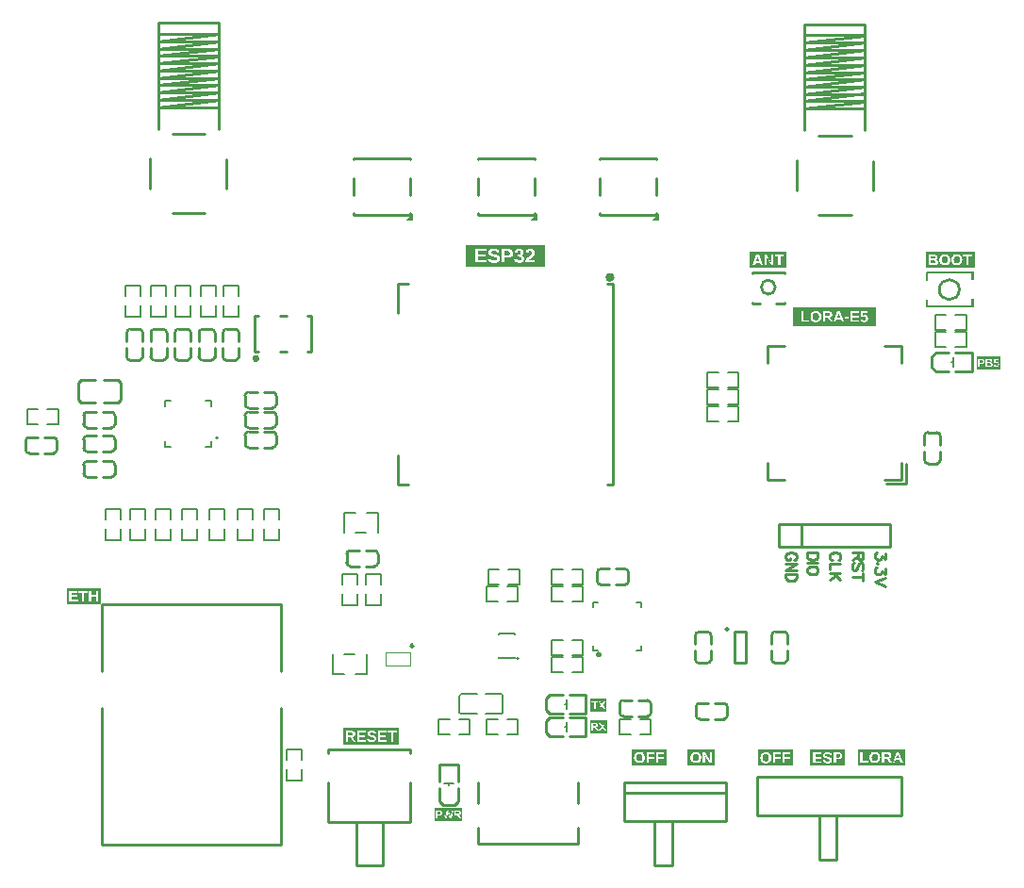
<source format=gto>
G04 Layer: TopSilkscreenLayer*
G04 EasyEDA v6.5.23, 2023-05-28 22:20:17*
G04 a98212a221284062af17828272900665,7a5a352eff0f4c5696d858f44224924f,10*
G04 Gerber Generator version 0.2*
G04 Scale: 100 percent, Rotated: No, Reflected: No *
G04 Dimensions in millimeters *
G04 leading zeros omitted , absolute positions ,4 integer and 5 decimal *
%FSLAX45Y45*%
%MOMM*%

%ADD10C,0.2500*%
%ADD11C,0.2540*%
%ADD12C,0.2030*%
%ADD13C,0.1524*%
%ADD14C,0.1270*%
%ADD15C,0.1200*%
%ADD16C,0.2000*%
%ADD17C,0.2489*%
%ADD18C,0.1500*%
%ADD19C,0.4000*%
%ADD20C,0.0124*%

%LPD*%
G36*
X5234178Y6842963D02*
G01*
X5234178Y6804964D01*
X5417058Y6804964D01*
X5417058Y6785152D01*
X5346446Y6785152D01*
X5346446Y6754418D01*
X5411724Y6754418D01*
X5411724Y6734606D01*
X5346446Y6734606D01*
X5346446Y6714286D01*
X5432552Y6714286D01*
X5457190Y6718604D01*
X5458764Y6713981D01*
X5460949Y6710121D01*
X5463692Y6706870D01*
X5467096Y6704380D01*
X5471109Y6702501D01*
X5475833Y6701129D01*
X5481269Y6700316D01*
X5487416Y6700062D01*
X5493664Y6700316D01*
X5499049Y6701078D01*
X5503672Y6702348D01*
X5507431Y6704126D01*
X5510326Y6706412D01*
X5512409Y6709206D01*
X5513679Y6712508D01*
X5514086Y6716318D01*
X5513882Y6718757D01*
X5513324Y6721043D01*
X5512358Y6723075D01*
X5511038Y6724954D01*
X5509361Y6726529D01*
X5507329Y6728002D01*
X5502402Y6730542D01*
X5498947Y6731762D01*
X5488127Y6734556D01*
X5474462Y6737603D01*
X5464962Y6740144D01*
X5459120Y6742277D01*
X5454294Y6744563D01*
X5450027Y6747154D01*
X5446318Y6750303D01*
X5443270Y6754114D01*
X5440883Y6758584D01*
X5439918Y6761022D01*
X5438749Y6766306D01*
X5438394Y6772452D01*
X5439156Y6780225D01*
X5441492Y6787083D01*
X5445404Y6792925D01*
X5450840Y6797852D01*
X5454091Y6799935D01*
X5457748Y6801764D01*
X5461711Y6803288D01*
X5466080Y6804507D01*
X5470753Y6805472D01*
X5475782Y6806184D01*
X5481167Y6806590D01*
X5486908Y6806742D01*
X5497626Y6806285D01*
X5506872Y6804964D01*
X5612892Y6804964D01*
X5623204Y6804355D01*
X5632246Y6802424D01*
X5640070Y6799275D01*
X5646674Y6794804D01*
X5651906Y6789216D01*
X5655614Y6782562D01*
X5657850Y6774840D01*
X5658612Y6766102D01*
X5658256Y6760413D01*
X5657240Y6754977D01*
X5655614Y6749846D01*
X5653278Y6745020D01*
X5650179Y6740702D01*
X5646572Y6736892D01*
X5642457Y6733590D01*
X5637784Y6730796D01*
X5632450Y6728561D01*
X5626709Y6726986D01*
X5620512Y6726021D01*
X5613908Y6725716D01*
X5583428Y6725716D01*
X5583428Y6715810D01*
X5668772Y6715810D01*
X5693664Y6717842D01*
X5695746Y6710172D01*
X5699760Y6704685D01*
X5705652Y6701434D01*
X5713476Y6700316D01*
X5717641Y6700570D01*
X5721350Y6701383D01*
X5724499Y6702755D01*
X5727192Y6704634D01*
X5729274Y6707073D01*
X5730798Y6710121D01*
X5731713Y6713677D01*
X5732018Y6717842D01*
X5731662Y6721805D01*
X5730544Y6725208D01*
X5728716Y6728155D01*
X5726176Y6730542D01*
X5722874Y6732422D01*
X5718860Y6733794D01*
X5714136Y6734606D01*
X5708650Y6734860D01*
X5700014Y6734860D01*
X5700014Y6754418D01*
X5708142Y6754418D01*
X5713018Y6754672D01*
X5717286Y6755485D01*
X5720892Y6756857D01*
X5723890Y6758736D01*
X5726226Y6761124D01*
X5727852Y6764020D01*
X5728868Y6767372D01*
X5729224Y6771182D01*
X5728919Y6774688D01*
X5728106Y6777786D01*
X5726785Y6780530D01*
X5724906Y6782866D01*
X5722620Y6784746D01*
X5719826Y6786118D01*
X5716524Y6786930D01*
X5712714Y6787184D01*
X5709056Y6786930D01*
X5705856Y6786168D01*
X5703011Y6784898D01*
X5700522Y6783120D01*
X5698439Y6780733D01*
X5696915Y6777990D01*
X5695797Y6774789D01*
X5695188Y6771182D01*
X5670804Y6772960D01*
X5672277Y6780428D01*
X5674969Y6787083D01*
X5678881Y6792874D01*
X5684012Y6797852D01*
X5690006Y6801764D01*
X5696864Y6804507D01*
X5704636Y6806184D01*
X5713222Y6806742D01*
X5722213Y6806184D01*
X5730240Y6804609D01*
X5737199Y6801866D01*
X5743194Y6798106D01*
X5747867Y6793382D01*
X5751169Y6787845D01*
X5753201Y6781444D01*
X5753862Y6774230D01*
X5753455Y6768642D01*
X5752185Y6763613D01*
X5750153Y6759143D01*
X5747258Y6755180D01*
X5743448Y6751828D01*
X5738977Y6749084D01*
X5733796Y6747002D01*
X5727954Y6745528D01*
X5727954Y6745020D01*
X5734507Y6743903D01*
X5740349Y6741972D01*
X5745327Y6739331D01*
X5749544Y6735876D01*
X5752846Y6731812D01*
X5755233Y6727240D01*
X5756656Y6722160D01*
X5757164Y6716572D01*
X5756452Y6708444D01*
X5754319Y6701281D01*
X5750712Y6695084D01*
X5745734Y6689902D01*
X5739536Y6685788D01*
X5732119Y6682841D01*
X5730604Y6682536D01*
X5769610Y6682536D01*
X5769610Y6699554D01*
X5772251Y6704736D01*
X5775452Y6709867D01*
X5779109Y6714896D01*
X5787948Y6725005D01*
X5793181Y6730187D01*
X5798972Y6735419D01*
X5811418Y6745681D01*
X5816396Y6750253D01*
X5820410Y6754317D01*
X5823458Y6757974D01*
X5825642Y6761378D01*
X5827268Y6764731D01*
X5828182Y6767982D01*
X5828538Y6771182D01*
X5827522Y6778193D01*
X5824524Y6783171D01*
X5819546Y6786168D01*
X5812536Y6787184D01*
X5808827Y6786930D01*
X5805627Y6786168D01*
X5802833Y6784898D01*
X5800598Y6783120D01*
X5798718Y6780733D01*
X5797194Y6777786D01*
X5796076Y6774383D01*
X5795264Y6770420D01*
X5770626Y6771690D01*
X5772251Y6779717D01*
X5774944Y6786727D01*
X5778601Y6792772D01*
X5783326Y6797852D01*
X5789117Y6801764D01*
X5795873Y6804507D01*
X5803595Y6806184D01*
X5812282Y6806742D01*
X5821629Y6806184D01*
X5829808Y6804456D01*
X5836818Y6801612D01*
X5842762Y6797598D01*
X5847435Y6792671D01*
X5850737Y6786829D01*
X5852769Y6779971D01*
X5853430Y6772198D01*
X5853176Y6768084D01*
X5852515Y6764121D01*
X5851398Y6760362D01*
X5849874Y6756704D01*
X5848096Y6753352D01*
X5846064Y6750100D01*
X5843778Y6747002D01*
X5838494Y6741109D01*
X5832652Y6735673D01*
X5808522Y6715709D01*
X5803544Y6710680D01*
X5801563Y6708089D01*
X5799886Y6705346D01*
X5798566Y6702602D01*
X5855208Y6702602D01*
X5855208Y6682536D01*
X5730604Y6682536D01*
X5723534Y6681114D01*
X5713730Y6680504D01*
X5704332Y6681063D01*
X5695950Y6682790D01*
X5688584Y6685635D01*
X5682234Y6689648D01*
X5677103Y6694728D01*
X5673140Y6700774D01*
X5670346Y6707784D01*
X5668772Y6715810D01*
X5583428Y6715810D01*
X5583428Y6682536D01*
X5558028Y6682536D01*
X5558028Y6804964D01*
X5506872Y6804964D01*
X5514746Y6802729D01*
X5521198Y6799630D01*
X5526379Y6795465D01*
X5530596Y6790181D01*
X5533745Y6783679D01*
X5535930Y6776008D01*
X5511038Y6772706D01*
X5509869Y6776415D01*
X5508142Y6779615D01*
X5505907Y6782358D01*
X5503164Y6784644D01*
X5499912Y6786321D01*
X5496052Y6787489D01*
X5491530Y6788200D01*
X5486400Y6788454D01*
X5476290Y6787540D01*
X5469026Y6784848D01*
X5464708Y6780326D01*
X5463286Y6773976D01*
X5463438Y6771690D01*
X5463844Y6769608D01*
X5464556Y6767728D01*
X5465572Y6766102D01*
X5466994Y6764629D01*
X5468670Y6763308D01*
X5470652Y6762089D01*
X5475986Y6759854D01*
X5480304Y6758533D01*
X5507786Y6752081D01*
X5513476Y6750405D01*
X5517896Y6748830D01*
X5521502Y6747154D01*
X5524754Y6745325D01*
X5527598Y6743446D01*
X5530088Y6741464D01*
X5532120Y6739229D01*
X5533898Y6736791D01*
X5535422Y6734149D01*
X5536692Y6731304D01*
X5537657Y6728256D01*
X5538368Y6725005D01*
X5538825Y6721551D01*
X5538978Y6717842D01*
X5538165Y6709359D01*
X5535676Y6701993D01*
X5531561Y6695643D01*
X5525770Y6690410D01*
X5522264Y6688175D01*
X5518353Y6686194D01*
X5514086Y6684518D01*
X5509361Y6683197D01*
X5504281Y6682130D01*
X5498795Y6681368D01*
X5492902Y6680911D01*
X5486654Y6680758D01*
X5475478Y6681266D01*
X5470398Y6681927D01*
X5465622Y6682841D01*
X5461203Y6684060D01*
X5457088Y6685483D01*
X5453278Y6687159D01*
X5449824Y6689140D01*
X5443677Y6693865D01*
X5438749Y6699605D01*
X5435041Y6706412D01*
X5432552Y6714286D01*
X5346446Y6714286D01*
X5346446Y6702348D01*
X5420614Y6702348D01*
X5420614Y6682536D01*
X5320792Y6682536D01*
X5320792Y6804964D01*
X5234178Y6804964D01*
X5234178Y6644436D01*
X5941822Y6644436D01*
X5941822Y6842963D01*
G37*
G36*
X5583428Y6784898D02*
G01*
X5583428Y6745274D01*
X5610606Y6745274D01*
X5615635Y6745630D01*
X5620054Y6746595D01*
X5623864Y6748272D01*
X5627116Y6750608D01*
X5629554Y6753453D01*
X5631281Y6756908D01*
X5632348Y6760921D01*
X5632704Y6765594D01*
X5631281Y6774027D01*
X5627014Y6780072D01*
X5619953Y6783679D01*
X5610098Y6784898D01*
G37*
G36*
X8173669Y6283756D02*
G01*
X8173669Y6245555D01*
X8267242Y6245555D01*
X8267242Y6198057D01*
X8328964Y6198057D01*
X8329168Y6203696D01*
X8329777Y6208979D01*
X8330742Y6213957D01*
X8332165Y6218631D01*
X8333943Y6223000D01*
X8336127Y6227013D01*
X8338718Y6230721D01*
X8341664Y6234125D01*
X8345017Y6237173D01*
X8348675Y6239814D01*
X8352637Y6241999D01*
X8356904Y6243828D01*
X8361527Y6245250D01*
X8366455Y6246266D01*
X8371687Y6246876D01*
X8377224Y6247079D01*
X8382812Y6246876D01*
X8388045Y6246266D01*
X8391330Y6245555D01*
X8489238Y6245555D01*
X8497265Y6245098D01*
X8504377Y6243726D01*
X8510473Y6241389D01*
X8515654Y6238189D01*
X8519769Y6234125D01*
X8522716Y6229248D01*
X8524494Y6223558D01*
X8525052Y6217107D01*
X8524697Y6212179D01*
X8523579Y6207658D01*
X8521801Y6203442D01*
X8519210Y6199581D01*
X8516162Y6196228D01*
X8512556Y6193485D01*
X8508390Y6191402D01*
X8503716Y6189929D01*
X8529878Y6149543D01*
X8536228Y6149543D01*
X8571280Y6245555D01*
X8765082Y6245555D01*
X8765082Y6230061D01*
X8709456Y6230061D01*
X8709456Y6205931D01*
X8760764Y6205931D01*
X8760764Y6190437D01*
X8709456Y6190437D01*
X8709456Y6173673D01*
X8777528Y6173673D01*
X8796832Y6175197D01*
X8797645Y6172352D01*
X8798763Y6169914D01*
X8800185Y6167932D01*
X8801912Y6166307D01*
X8804046Y6165088D01*
X8806383Y6164224D01*
X8808872Y6163665D01*
X8811564Y6163513D01*
X8815070Y6163818D01*
X8818118Y6164681D01*
X8820759Y6166104D01*
X8822994Y6168085D01*
X8824874Y6170625D01*
X8826246Y6173622D01*
X8827058Y6177076D01*
X8827312Y6181039D01*
X8827058Y6184646D01*
X8826296Y6187897D01*
X8825026Y6190742D01*
X8823248Y6193231D01*
X8821013Y6195212D01*
X8818422Y6196685D01*
X8815425Y6197498D01*
X8812072Y6197803D01*
X8808313Y6197396D01*
X8804910Y6196228D01*
X8801862Y6194247D01*
X8799118Y6191453D01*
X8780322Y6191453D01*
X8783624Y6245555D01*
X8841536Y6245555D01*
X8841536Y6231331D01*
X8801150Y6231331D01*
X8799626Y6207201D01*
X8803284Y6209893D01*
X8807399Y6211773D01*
X8811920Y6212941D01*
X8816898Y6213297D01*
X8823401Y6212738D01*
X8829243Y6211163D01*
X8834323Y6208420D01*
X8838742Y6204661D01*
X8842400Y6200089D01*
X8845042Y6194704D01*
X8846616Y6188506D01*
X8847124Y6181547D01*
X8846515Y6174333D01*
X8844737Y6167831D01*
X8841689Y6162141D01*
X8837472Y6157163D01*
X8832342Y6153251D01*
X8826296Y6150508D01*
X8819388Y6148832D01*
X8811564Y6148273D01*
X8804706Y6148679D01*
X8798509Y6149848D01*
X8793022Y6151829D01*
X8788196Y6154623D01*
X8784285Y6158280D01*
X8781237Y6162700D01*
X8778951Y6167831D01*
X8777528Y6173673D01*
X8709456Y6173673D01*
X8709456Y6165037D01*
X8767876Y6165037D01*
X8767876Y6149543D01*
X8689390Y6149543D01*
X8689390Y6245555D01*
X8594902Y6245555D01*
X8613727Y6193993D01*
X8674404Y6193993D01*
X8674404Y6177483D01*
X8639098Y6177483D01*
X8639098Y6193993D01*
X8613727Y6193993D01*
X8629954Y6149543D01*
X8609888Y6149543D01*
X8601506Y6174181D01*
X8564676Y6174181D01*
X8556294Y6149543D01*
X8507272Y6149543D01*
X8484920Y6186119D01*
X8461298Y6186119D01*
X8461298Y6149543D01*
X8441232Y6149543D01*
X8441232Y6245555D01*
X8391330Y6245555D01*
X8397595Y6243777D01*
X8401964Y6241897D01*
X8405977Y6239662D01*
X8409635Y6236970D01*
X8413038Y6233871D01*
X8416086Y6230467D01*
X8418728Y6226759D01*
X8420963Y6222746D01*
X8422741Y6218428D01*
X8424164Y6213805D01*
X8425180Y6208877D01*
X8425789Y6203645D01*
X8425992Y6198057D01*
X8425637Y6190792D01*
X8424468Y6183985D01*
X8422589Y6177584D01*
X8419896Y6171641D01*
X8416645Y6166256D01*
X8412734Y6161532D01*
X8408162Y6157518D01*
X8402878Y6154115D01*
X8397189Y6151575D01*
X8390991Y6149746D01*
X8384387Y6148628D01*
X8377224Y6148273D01*
X8371738Y6148476D01*
X8366556Y6149086D01*
X8361629Y6150152D01*
X8357057Y6151575D01*
X8352739Y6153454D01*
X8348776Y6155690D01*
X8345068Y6158382D01*
X8341664Y6161481D01*
X8338718Y6164986D01*
X8336127Y6168796D01*
X8333943Y6172962D01*
X8332165Y6177381D01*
X8330742Y6182106D01*
X8329777Y6187084D01*
X8329168Y6192418D01*
X8328964Y6198057D01*
X8267242Y6198057D01*
X8267242Y6165037D01*
X8318804Y6165037D01*
X8318804Y6149543D01*
X8247176Y6149543D01*
X8247176Y6245555D01*
X8173669Y6245555D01*
X8173669Y6111443D01*
X8920530Y6111443D01*
X8920530Y6283756D01*
G37*
G36*
X8377224Y6231331D02*
G01*
X8370874Y6230772D01*
X8365286Y6229096D01*
X8360460Y6226352D01*
X8356396Y6222441D01*
X8353196Y6217666D01*
X8350859Y6212027D01*
X8349488Y6205474D01*
X8349030Y6198057D01*
X8349538Y6190589D01*
X8350961Y6183985D01*
X8353348Y6178143D01*
X8356650Y6173165D01*
X8360816Y6169152D01*
X8365591Y6166307D01*
X8371078Y6164580D01*
X8377224Y6164021D01*
X8383574Y6164580D01*
X8389162Y6166256D01*
X8393988Y6168999D01*
X8398052Y6172911D01*
X8401304Y6177838D01*
X8403590Y6183630D01*
X8404961Y6190386D01*
X8405418Y6198057D01*
X8404961Y6205372D01*
X8403590Y6211925D01*
X8401304Y6217564D01*
X8398052Y6222441D01*
X8393988Y6226352D01*
X8389162Y6229096D01*
X8383574Y6230772D01*
G37*
G36*
X8582964Y6230823D02*
G01*
X8581440Y6225286D01*
X8569248Y6189167D01*
X8596934Y6189167D01*
G37*
G36*
X8461298Y6230061D02*
G01*
X8461298Y6201613D01*
X8487460Y6201613D01*
X8491524Y6201867D01*
X8495030Y6202578D01*
X8497976Y6203746D01*
X8500414Y6205423D01*
X8502294Y6207506D01*
X8503666Y6209995D01*
X8504478Y6212840D01*
X8504732Y6216091D01*
X8503615Y6222187D01*
X8500313Y6226556D01*
X8494725Y6229197D01*
X8486952Y6230061D01*
G37*
G36*
X1649831Y3759200D02*
G01*
X1649831Y3733698D01*
X1871167Y3733698D01*
X1871167Y3695598D01*
X1913077Y3695598D01*
X1913077Y3733698D01*
X1933143Y3733698D01*
X1933143Y3637686D01*
X1913077Y3637686D01*
X1913077Y3678834D01*
X1871167Y3678834D01*
X1871167Y3637686D01*
X1851101Y3637686D01*
X1851101Y3733698D01*
X1840179Y3733698D01*
X1840179Y3718204D01*
X1808937Y3718204D01*
X1808937Y3637686D01*
X1788871Y3637686D01*
X1788871Y3718204D01*
X1757883Y3718204D01*
X1757883Y3733698D01*
X1747977Y3733698D01*
X1747977Y3718204D01*
X1692605Y3718204D01*
X1692605Y3694074D01*
X1743913Y3694074D01*
X1743913Y3678580D01*
X1692605Y3678580D01*
X1692605Y3653180D01*
X1750771Y3653180D01*
X1750771Y3637686D01*
X1672539Y3637686D01*
X1672539Y3733698D01*
X1649831Y3733698D01*
X1649831Y3612286D01*
X1955800Y3612286D01*
X1955800Y3759200D01*
G37*
G36*
X4135272Y2501900D02*
G01*
X4135272Y2476398D01*
X4334510Y2476398D01*
X4334510Y2460904D01*
X4278884Y2460904D01*
X4278884Y2436774D01*
X4330192Y2436774D01*
X4330192Y2421280D01*
X4278884Y2421280D01*
X4278884Y2405532D01*
X4346702Y2405532D01*
X4366006Y2408580D01*
X4367276Y2405024D01*
X4369003Y2402027D01*
X4371187Y2399588D01*
X4373880Y2397658D01*
X4376978Y2396083D01*
X4380636Y2395016D01*
X4384852Y2394305D01*
X4389628Y2394102D01*
X4398873Y2394915D01*
X4405426Y2397302D01*
X4409389Y2401265D01*
X4410710Y2406802D01*
X4410557Y2408834D01*
X4410151Y2410663D01*
X4409440Y2412288D01*
X4408424Y2413660D01*
X4405426Y2416200D01*
X4401566Y2418232D01*
X4395165Y2420010D01*
X4384548Y2422296D01*
X4375454Y2424582D01*
X4369562Y2426360D01*
X4365650Y2428087D01*
X4361942Y2430170D01*
X4358843Y2432405D01*
X4356100Y2434996D01*
X4354068Y2438298D01*
X4352544Y2442108D01*
X4351578Y2446223D01*
X4351274Y2450998D01*
X4351883Y2457196D01*
X4353712Y2462631D01*
X4356709Y2467254D01*
X4360926Y2471064D01*
X4366412Y2474061D01*
X4373016Y2476195D01*
X4380636Y2477516D01*
X4389374Y2477922D01*
X4397806Y2477566D01*
X4405648Y2476398D01*
X4612894Y2476398D01*
X4612894Y2460904D01*
X4581652Y2460904D01*
X4581652Y2380386D01*
X4561586Y2380386D01*
X4561586Y2460904D01*
X4530598Y2460904D01*
X4530598Y2476398D01*
X4520692Y2476398D01*
X4520692Y2460904D01*
X4465320Y2460904D01*
X4465320Y2436774D01*
X4516628Y2436774D01*
X4516628Y2421280D01*
X4465320Y2421280D01*
X4465320Y2395880D01*
X4523486Y2395880D01*
X4523486Y2380386D01*
X4445254Y2380386D01*
X4445254Y2476398D01*
X4405648Y2476398D01*
X4411268Y2474772D01*
X4416298Y2472334D01*
X4420362Y2469083D01*
X4423613Y2464917D01*
X4426051Y2459786D01*
X4427728Y2453792D01*
X4408424Y2451252D01*
X4407458Y2454148D01*
X4406138Y2456637D01*
X4404410Y2458821D01*
X4402328Y2460650D01*
X4399686Y2461971D01*
X4396638Y2462936D01*
X4393082Y2463495D01*
X4389120Y2463698D01*
X4381144Y2462987D01*
X4375404Y2460853D01*
X4372000Y2457246D01*
X4370832Y2452268D01*
X4370933Y2450439D01*
X4371848Y2447391D01*
X4372610Y2446172D01*
X4373727Y2444953D01*
X4376674Y2442921D01*
X4380839Y2441194D01*
X4388612Y2439009D01*
X4400448Y2436418D01*
X4410354Y2433726D01*
X4416653Y2431135D01*
X4421327Y2428240D01*
X4424832Y2424887D01*
X4426254Y2423007D01*
X4428490Y2418740D01*
X4429810Y2413812D01*
X4430166Y2411018D01*
X4430268Y2408072D01*
X4429607Y2401366D01*
X4427677Y2395575D01*
X4424426Y2390597D01*
X4419854Y2386482D01*
X4414012Y2383282D01*
X4406950Y2380945D01*
X4398670Y2379573D01*
X4389120Y2379116D01*
X4380382Y2379522D01*
X4372610Y2380691D01*
X4365904Y2382672D01*
X4360164Y2385466D01*
X4355439Y2389174D01*
X4351578Y2393797D01*
X4348683Y2399233D01*
X4346702Y2405532D01*
X4278884Y2405532D01*
X4278884Y2395880D01*
X4337304Y2395880D01*
X4337304Y2380386D01*
X4258818Y2380386D01*
X4258818Y2476398D01*
X4205986Y2476398D01*
X4214114Y2475941D01*
X4221226Y2474569D01*
X4227322Y2472232D01*
X4232402Y2469032D01*
X4236516Y2464968D01*
X4239463Y2460091D01*
X4241241Y2454402D01*
X4241800Y2447950D01*
X4241444Y2443022D01*
X4240428Y2438501D01*
X4238650Y2434285D01*
X4236212Y2430424D01*
X4233062Y2427071D01*
X4229404Y2424328D01*
X4225290Y2422245D01*
X4220718Y2420772D01*
X4246626Y2380386D01*
X4224020Y2380386D01*
X4201668Y2416962D01*
X4178046Y2416962D01*
X4178046Y2380386D01*
X4157979Y2380386D01*
X4157979Y2476398D01*
X4135272Y2476398D01*
X4135272Y2354986D01*
X4635500Y2354986D01*
X4635500Y2501900D01*
G37*
G36*
X4178046Y2460904D02*
G01*
X4178046Y2432456D01*
X4204462Y2432456D01*
X4208424Y2432710D01*
X4211828Y2433421D01*
X4214774Y2434590D01*
X4217162Y2436266D01*
X4219041Y2438349D01*
X4220413Y2440838D01*
X4221226Y2443683D01*
X4221480Y2446934D01*
X4220413Y2453030D01*
X4217111Y2457399D01*
X4211624Y2460040D01*
X4203954Y2460904D01*
G37*
G36*
X7786471Y6779056D02*
G01*
X7786471Y6657543D01*
X7809230Y6657543D01*
X7844281Y6753555D01*
X7938770Y6753555D01*
X7981442Y6679133D01*
X7980476Y6688836D01*
X7980172Y6697675D01*
X7980172Y6753555D01*
X8091170Y6753555D01*
X8091170Y6738061D01*
X8060181Y6738061D01*
X8060181Y6657543D01*
X8040116Y6657543D01*
X8040116Y6738061D01*
X8009128Y6738061D01*
X8009128Y6753555D01*
X7997952Y6753555D01*
X7997952Y6657543D01*
X7974330Y6657543D01*
X7932674Y6731457D01*
X7933436Y6721805D01*
X7933690Y6714185D01*
X7933690Y6657543D01*
X7915909Y6657543D01*
X7915909Y6753555D01*
X7867903Y6753555D01*
X7902956Y6657543D01*
X7882890Y6657543D01*
X7874508Y6682181D01*
X7837678Y6682181D01*
X7829296Y6657543D01*
X7786471Y6657543D01*
X7786471Y6632143D01*
X8113928Y6632143D01*
X8113928Y6779056D01*
G37*
G36*
X7855966Y6738823D02*
G01*
X7852918Y6728409D01*
X7842250Y6697167D01*
X7869936Y6697167D01*
G37*
G36*
X9366402Y6781800D02*
G01*
X9366402Y6756298D01*
X9433052Y6756298D01*
X9441281Y6755942D01*
X9448444Y6754774D01*
X9454591Y6752894D01*
X9459722Y6750202D01*
X9463582Y6746798D01*
X9466376Y6742633D01*
X9468053Y6737756D01*
X9468612Y6732168D01*
X9468307Y6728256D01*
X9467494Y6724700D01*
X9466173Y6721398D01*
X9464294Y6718452D01*
X9461703Y6715861D01*
X9458502Y6713778D01*
X9454692Y6712051D01*
X9450324Y6710832D01*
X9455810Y6709918D01*
X9459199Y6708800D01*
X9486392Y6708800D01*
X9486595Y6714439D01*
X9487154Y6719722D01*
X9488170Y6724700D01*
X9489541Y6729374D01*
X9491319Y6733743D01*
X9493504Y6737756D01*
X9496094Y6741464D01*
X9499092Y6744868D01*
X9502444Y6747916D01*
X9506153Y6750558D01*
X9510166Y6752742D01*
X9514484Y6754571D01*
X9519158Y6755993D01*
X9524085Y6757009D01*
X9529318Y6757619D01*
X9534906Y6757822D01*
X9540443Y6757619D01*
X9545675Y6757009D01*
X9550603Y6755942D01*
X9555226Y6754520D01*
X9559493Y6752640D01*
X9563455Y6750405D01*
X9567113Y6747713D01*
X9570466Y6744614D01*
X9573463Y6741210D01*
X9576104Y6737502D01*
X9578340Y6733489D01*
X9580168Y6729171D01*
X9581591Y6724548D01*
X9582607Y6719620D01*
X9583216Y6714388D01*
X9583420Y6708800D01*
X9595104Y6708800D01*
X9595307Y6714439D01*
X9595866Y6719722D01*
X9596882Y6724700D01*
X9598253Y6729374D01*
X9600031Y6733743D01*
X9602216Y6737756D01*
X9604806Y6741464D01*
X9607804Y6744868D01*
X9611156Y6747916D01*
X9614865Y6750558D01*
X9618878Y6752742D01*
X9623196Y6754571D01*
X9627870Y6755993D01*
X9632797Y6757009D01*
X9638030Y6757619D01*
X9643618Y6757822D01*
X9649104Y6757619D01*
X9654286Y6757009D01*
X9657571Y6756298D01*
X9781794Y6756298D01*
X9781794Y6740804D01*
X9750552Y6740804D01*
X9750552Y6660286D01*
X9730486Y6660286D01*
X9730486Y6740804D01*
X9699498Y6740804D01*
X9699498Y6756298D01*
X9657571Y6756298D01*
X9663785Y6754520D01*
X9668103Y6752640D01*
X9672066Y6750405D01*
X9675774Y6747713D01*
X9679178Y6744614D01*
X9682175Y6741210D01*
X9684816Y6737502D01*
X9687052Y6733489D01*
X9688880Y6729171D01*
X9690303Y6724548D01*
X9691319Y6719620D01*
X9691928Y6714388D01*
X9692132Y6708800D01*
X9691725Y6701536D01*
X9690608Y6694728D01*
X9688677Y6688328D01*
X9686036Y6682384D01*
X9682784Y6676999D01*
X9678822Y6672275D01*
X9674250Y6668262D01*
X9669018Y6664858D01*
X9663328Y6662318D01*
X9657130Y6660489D01*
X9650476Y6659372D01*
X9643364Y6659016D01*
X9637826Y6659219D01*
X9632645Y6659829D01*
X9627768Y6660896D01*
X9623145Y6662318D01*
X9618878Y6664198D01*
X9614865Y6666433D01*
X9611156Y6669125D01*
X9607804Y6672224D01*
X9604806Y6675729D01*
X9602216Y6679539D01*
X9600031Y6683705D01*
X9598253Y6688124D01*
X9596882Y6692849D01*
X9595866Y6697827D01*
X9595307Y6703161D01*
X9595104Y6708800D01*
X9583420Y6708800D01*
X9583064Y6701536D01*
X9581946Y6694728D01*
X9580118Y6688328D01*
X9577578Y6682384D01*
X9574225Y6676999D01*
X9570262Y6672275D01*
X9565690Y6668262D01*
X9560560Y6664858D01*
X9554718Y6662318D01*
X9548469Y6660489D01*
X9541764Y6659372D01*
X9534652Y6659016D01*
X9529114Y6659219D01*
X9523933Y6659829D01*
X9519056Y6660896D01*
X9514433Y6662318D01*
X9510166Y6664198D01*
X9506153Y6666433D01*
X9502444Y6669125D01*
X9499092Y6672224D01*
X9496094Y6675729D01*
X9493504Y6679539D01*
X9491319Y6683705D01*
X9489541Y6688124D01*
X9488170Y6692849D01*
X9487154Y6697827D01*
X9486595Y6703161D01*
X9486392Y6708800D01*
X9459199Y6708800D01*
X9460585Y6708343D01*
X9464700Y6706209D01*
X9468104Y6703466D01*
X9470745Y6700316D01*
X9472676Y6696608D01*
X9473793Y6692442D01*
X9474200Y6687718D01*
X9473590Y6681520D01*
X9471761Y6676034D01*
X9468764Y6671360D01*
X9464548Y6667398D01*
X9459112Y6664299D01*
X9452711Y6662064D01*
X9445396Y6660743D01*
X9437116Y6660286D01*
X9389110Y6660286D01*
X9389110Y6756298D01*
X9366402Y6756298D01*
X9366402Y6634886D01*
X9804400Y6634886D01*
X9804400Y6781800D01*
G37*
G36*
X9534906Y6742074D02*
G01*
X9528556Y6741515D01*
X9522968Y6739839D01*
X9518142Y6737096D01*
X9514078Y6733184D01*
X9510826Y6728409D01*
X9508540Y6722770D01*
X9507169Y6716217D01*
X9506712Y6708800D01*
X9507169Y6701332D01*
X9508540Y6694728D01*
X9510826Y6688886D01*
X9514078Y6683908D01*
X9518192Y6679895D01*
X9523018Y6677050D01*
X9528505Y6675323D01*
X9534652Y6674764D01*
X9541002Y6675323D01*
X9546590Y6676999D01*
X9551416Y6679742D01*
X9555480Y6683654D01*
X9558680Y6688581D01*
X9560966Y6694373D01*
X9562388Y6701129D01*
X9562846Y6708800D01*
X9562388Y6716115D01*
X9560966Y6722668D01*
X9558680Y6728307D01*
X9555480Y6733184D01*
X9551416Y6737096D01*
X9546640Y6739839D01*
X9541154Y6741515D01*
G37*
G36*
X9643618Y6742074D02*
G01*
X9637166Y6741515D01*
X9631476Y6739839D01*
X9626600Y6737096D01*
X9622536Y6733184D01*
X9619284Y6728409D01*
X9616998Y6722770D01*
X9615627Y6716217D01*
X9615170Y6708800D01*
X9615627Y6701332D01*
X9617049Y6694728D01*
X9619437Y6688886D01*
X9622790Y6683908D01*
X9626904Y6679895D01*
X9631730Y6677050D01*
X9637217Y6675323D01*
X9643364Y6674764D01*
X9649714Y6675323D01*
X9655302Y6676999D01*
X9660128Y6679742D01*
X9664192Y6683654D01*
X9667392Y6688581D01*
X9669678Y6694373D01*
X9671100Y6701129D01*
X9671558Y6708800D01*
X9671100Y6716115D01*
X9669678Y6722668D01*
X9667392Y6728307D01*
X9664192Y6733184D01*
X9660128Y6737096D01*
X9655352Y6739839D01*
X9649866Y6741515D01*
G37*
G36*
X9409176Y6741566D02*
G01*
X9409176Y6717690D01*
X9432290Y6717690D01*
X9436201Y6717893D01*
X9439554Y6718452D01*
X9442399Y6719417D01*
X9444736Y6720738D01*
X9446412Y6722364D01*
X9447580Y6724345D01*
X9448292Y6726783D01*
X9448546Y6729628D01*
X9448241Y6732574D01*
X9447428Y6735114D01*
X9446107Y6737146D01*
X9444228Y6738772D01*
X9441942Y6739991D01*
X9439148Y6740855D01*
X9435846Y6741414D01*
X9432036Y6741566D01*
G37*
G36*
X9409176Y6702704D02*
G01*
X9409176Y6675272D01*
X9435338Y6675272D01*
X9439910Y6675475D01*
X9443821Y6676186D01*
X9447022Y6677253D01*
X9449562Y6678828D01*
X9451543Y6680708D01*
X9452965Y6683095D01*
X9453829Y6685940D01*
X9454134Y6689242D01*
X9452914Y6695135D01*
X9449206Y6699351D01*
X9443110Y6701840D01*
X9434576Y6702704D01*
G37*
G36*
X7227874Y2311400D02*
G01*
X7227874Y2238400D01*
X7250633Y2238400D01*
X7250836Y2244039D01*
X7251446Y2249322D01*
X7252411Y2254300D01*
X7253833Y2258974D01*
X7255611Y2263343D01*
X7257796Y2267356D01*
X7260386Y2271064D01*
X7263333Y2274468D01*
X7266736Y2277516D01*
X7270445Y2280158D01*
X7274458Y2282342D01*
X7278776Y2284171D01*
X7283399Y2285593D01*
X7288326Y2286609D01*
X7293609Y2287219D01*
X7299147Y2287422D01*
X7304684Y2287219D01*
X7309866Y2286609D01*
X7313117Y2285898D01*
X7385761Y2285898D01*
X7428179Y2211476D01*
X7427417Y2221179D01*
X7427163Y2230018D01*
X7427163Y2285898D01*
X7444943Y2285898D01*
X7444943Y2189886D01*
X7421321Y2189886D01*
X7379411Y2263800D01*
X7380376Y2254148D01*
X7380681Y2246528D01*
X7380681Y2189886D01*
X7362901Y2189886D01*
X7362901Y2285898D01*
X7313117Y2285898D01*
X7319365Y2284120D01*
X7323632Y2282240D01*
X7327646Y2280005D01*
X7331354Y2277313D01*
X7334707Y2274214D01*
X7337755Y2270810D01*
X7340396Y2267102D01*
X7342631Y2263089D01*
X7344460Y2258771D01*
X7345832Y2254148D01*
X7346848Y2249220D01*
X7347458Y2243988D01*
X7347661Y2238400D01*
X7347305Y2231136D01*
X7346137Y2224328D01*
X7344257Y2217928D01*
X7341565Y2211984D01*
X7338314Y2206599D01*
X7334402Y2201875D01*
X7329830Y2197862D01*
X7324547Y2194458D01*
X7318857Y2191918D01*
X7312710Y2190089D01*
X7306056Y2188972D01*
X7298893Y2188616D01*
X7293406Y2188819D01*
X7288225Y2189429D01*
X7283297Y2190496D01*
X7278725Y2191918D01*
X7274407Y2193798D01*
X7270445Y2196033D01*
X7266736Y2198725D01*
X7263333Y2201824D01*
X7260386Y2205329D01*
X7257796Y2209139D01*
X7255611Y2213305D01*
X7253833Y2217724D01*
X7252411Y2222449D01*
X7251446Y2227427D01*
X7250836Y2232761D01*
X7250633Y2238400D01*
X7227874Y2238400D01*
X7227874Y2164486D01*
X7467600Y2164486D01*
X7467600Y2311400D01*
G37*
G36*
X7299147Y2271674D02*
G01*
X7292695Y2271115D01*
X7287056Y2269439D01*
X7282180Y2266696D01*
X7278065Y2262784D01*
X7274864Y2258009D01*
X7272578Y2252370D01*
X7271156Y2245817D01*
X7270699Y2238400D01*
X7271207Y2230932D01*
X7272629Y2224328D01*
X7275017Y2218486D01*
X7278319Y2213508D01*
X7282484Y2209495D01*
X7287310Y2206650D01*
X7292746Y2204923D01*
X7298893Y2204364D01*
X7305243Y2204923D01*
X7310831Y2206599D01*
X7315657Y2209342D01*
X7319721Y2213254D01*
X7322972Y2218182D01*
X7325258Y2223973D01*
X7326630Y2230729D01*
X7327087Y2238400D01*
X7326630Y2245715D01*
X7325258Y2252268D01*
X7322972Y2257907D01*
X7319721Y2262784D01*
X7315708Y2266696D01*
X7310932Y2269439D01*
X7305395Y2271115D01*
G37*
G36*
X6722008Y2311400D02*
G01*
X6722008Y2238400D01*
X6744766Y2238400D01*
X6744970Y2244039D01*
X6745579Y2249322D01*
X6746544Y2254300D01*
X6747967Y2258974D01*
X6749745Y2263343D01*
X6751929Y2267356D01*
X6754469Y2271064D01*
X6757466Y2274468D01*
X6760870Y2277516D01*
X6764578Y2280158D01*
X6768592Y2282342D01*
X6772909Y2284171D01*
X6777532Y2285593D01*
X6782460Y2286609D01*
X6787743Y2287219D01*
X6793280Y2287422D01*
X6798767Y2287219D01*
X6803999Y2286609D01*
X6807250Y2285898D01*
X7013244Y2285898D01*
X7013244Y2270404D01*
X6962444Y2270404D01*
X6962444Y2240686D01*
X7011466Y2240686D01*
X7011466Y2225192D01*
X6962444Y2225192D01*
X6962444Y2189886D01*
X6942378Y2189886D01*
X6942378Y2285898D01*
X6927900Y2285898D01*
X6927900Y2270404D01*
X6877100Y2270404D01*
X6877100Y2240686D01*
X6926122Y2240686D01*
X6926122Y2225192D01*
X6877100Y2225192D01*
X6877100Y2189886D01*
X6857034Y2189886D01*
X6857034Y2285898D01*
X6807250Y2285898D01*
X6813499Y2284120D01*
X6817766Y2282240D01*
X6821779Y2280005D01*
X6825437Y2277313D01*
X6828840Y2274214D01*
X6831888Y2270810D01*
X6834530Y2267102D01*
X6836714Y2263089D01*
X6838543Y2258771D01*
X6839966Y2254148D01*
X6840981Y2249220D01*
X6841591Y2243988D01*
X6841794Y2238400D01*
X6841439Y2231136D01*
X6840270Y2224328D01*
X6838391Y2217928D01*
X6835698Y2211984D01*
X6832447Y2206599D01*
X6828536Y2201875D01*
X6823913Y2197862D01*
X6818680Y2194458D01*
X6812991Y2191918D01*
X6806793Y2190089D01*
X6800138Y2188972D01*
X6793026Y2188616D01*
X6787540Y2188819D01*
X6782308Y2189429D01*
X6777431Y2190496D01*
X6772859Y2191918D01*
X6768541Y2193798D01*
X6764528Y2196033D01*
X6760870Y2198725D01*
X6757466Y2201824D01*
X6754469Y2205329D01*
X6751929Y2209139D01*
X6749745Y2213305D01*
X6747967Y2217724D01*
X6746544Y2222449D01*
X6745579Y2227427D01*
X6744970Y2232761D01*
X6744766Y2238400D01*
X6722008Y2238400D01*
X6722008Y2164486D01*
X7035800Y2164486D01*
X7035800Y2311400D01*
G37*
G36*
X6793280Y2271674D02*
G01*
X6786829Y2271115D01*
X6781139Y2269439D01*
X6776262Y2266696D01*
X6772198Y2262784D01*
X6768998Y2258009D01*
X6766661Y2252370D01*
X6765290Y2245817D01*
X6764832Y2238400D01*
X6765290Y2230932D01*
X6766763Y2224328D01*
X6769100Y2218486D01*
X6772452Y2213508D01*
X6776618Y2209495D01*
X6781393Y2206650D01*
X6786880Y2204923D01*
X6793026Y2204364D01*
X6799376Y2204923D01*
X6804964Y2206599D01*
X6809790Y2209342D01*
X6813854Y2213254D01*
X6817055Y2218182D01*
X6819392Y2223973D01*
X6820763Y2230729D01*
X6821220Y2238400D01*
X6820763Y2245715D01*
X6819392Y2252268D01*
X6817055Y2257907D01*
X6813854Y2262784D01*
X6809790Y2266696D01*
X6805015Y2269439D01*
X6799529Y2271115D01*
G37*
G36*
X7856778Y2308656D02*
G01*
X7856778Y2235657D01*
X7879588Y2235657D01*
X7879791Y2241296D01*
X7880350Y2246579D01*
X7881366Y2251557D01*
X7882737Y2256231D01*
X7884515Y2260600D01*
X7886700Y2264613D01*
X7889290Y2268321D01*
X7892288Y2271725D01*
X7895640Y2274773D01*
X7899349Y2277414D01*
X7903362Y2279599D01*
X7907680Y2281428D01*
X7912353Y2282850D01*
X7917281Y2283866D01*
X7922514Y2284476D01*
X7928102Y2284679D01*
X7933588Y2284476D01*
X7938770Y2283866D01*
X7942055Y2283155D01*
X8148066Y2283155D01*
X8148066Y2267661D01*
X8097266Y2267661D01*
X8097266Y2237943D01*
X8146288Y2237943D01*
X8146288Y2222449D01*
X8097266Y2222449D01*
X8097266Y2187143D01*
X8077200Y2187143D01*
X8077200Y2283155D01*
X8062722Y2283155D01*
X8062722Y2267661D01*
X8011922Y2267661D01*
X8011922Y2237943D01*
X8060944Y2237943D01*
X8060944Y2222449D01*
X8011922Y2222449D01*
X8011922Y2187143D01*
X7991856Y2187143D01*
X7991856Y2283155D01*
X7942055Y2283155D01*
X7948269Y2281377D01*
X7952587Y2279497D01*
X7956550Y2277262D01*
X7960258Y2274570D01*
X7963662Y2271471D01*
X7966659Y2268067D01*
X7969300Y2264359D01*
X7971536Y2260346D01*
X7973364Y2256028D01*
X7974787Y2251405D01*
X7975803Y2246477D01*
X7976412Y2241245D01*
X7976616Y2235657D01*
X7976209Y2228392D01*
X7975092Y2221585D01*
X7973161Y2215184D01*
X7970520Y2209241D01*
X7967268Y2203856D01*
X7963306Y2199132D01*
X7958734Y2195118D01*
X7953502Y2191715D01*
X7947761Y2189175D01*
X7941614Y2187346D01*
X7934959Y2186228D01*
X7927848Y2185873D01*
X7922310Y2186076D01*
X7917129Y2186686D01*
X7912252Y2187752D01*
X7907629Y2189175D01*
X7903362Y2191054D01*
X7899349Y2193290D01*
X7895640Y2195982D01*
X7892288Y2199081D01*
X7889290Y2202586D01*
X7886700Y2206396D01*
X7884515Y2210562D01*
X7882737Y2214981D01*
X7881366Y2219706D01*
X7880350Y2224684D01*
X7879791Y2230018D01*
X7879588Y2235657D01*
X7856778Y2235657D01*
X7856778Y2161743D01*
X8170621Y2161743D01*
X8170621Y2308656D01*
G37*
G36*
X7928102Y2268931D02*
G01*
X7921599Y2268372D01*
X7915960Y2266696D01*
X7911084Y2263952D01*
X7907020Y2260041D01*
X7903768Y2255266D01*
X7901482Y2249627D01*
X7900111Y2243074D01*
X7899653Y2235657D01*
X7900111Y2228189D01*
X7901533Y2221585D01*
X7903921Y2215743D01*
X7907274Y2210765D01*
X7911388Y2206752D01*
X7916214Y2203907D01*
X7921701Y2202180D01*
X7927848Y2201621D01*
X7934198Y2202180D01*
X7939786Y2203856D01*
X7944612Y2206599D01*
X7948675Y2210511D01*
X7951876Y2215438D01*
X7954162Y2221230D01*
X7955584Y2227986D01*
X7956042Y2235657D01*
X7955584Y2242972D01*
X7954162Y2249525D01*
X7951876Y2255164D01*
X7948675Y2260041D01*
X7944612Y2263952D01*
X7939836Y2266696D01*
X7934299Y2268372D01*
G37*
G36*
X8754059Y2311400D02*
G01*
X8754059Y2285898D01*
X8796832Y2285898D01*
X8796832Y2238400D01*
X8858554Y2238400D01*
X8858758Y2244039D01*
X8859316Y2249322D01*
X8860332Y2254300D01*
X8861704Y2258974D01*
X8863482Y2263343D01*
X8865666Y2267356D01*
X8868257Y2271064D01*
X8871254Y2274468D01*
X8874556Y2277516D01*
X8878214Y2280158D01*
X8882176Y2282342D01*
X8886494Y2284171D01*
X8891066Y2285593D01*
X8895994Y2286609D01*
X8901226Y2287219D01*
X8906814Y2287422D01*
X8912352Y2287219D01*
X8917635Y2286609D01*
X8920920Y2285898D01*
X9018828Y2285898D01*
X9026855Y2285441D01*
X9033916Y2284069D01*
X9040063Y2281732D01*
X9045244Y2278532D01*
X9049359Y2274468D01*
X9052306Y2269591D01*
X9054033Y2263902D01*
X9054642Y2257450D01*
X9054287Y2252522D01*
X9053169Y2248001D01*
X9051340Y2243785D01*
X9048800Y2239924D01*
X9045702Y2236571D01*
X9042095Y2233828D01*
X9037980Y2231745D01*
X9033306Y2230272D01*
X9059468Y2189886D01*
X9065818Y2189886D01*
X9100870Y2285898D01*
X9124492Y2285898D01*
X9159544Y2189886D01*
X9139478Y2189886D01*
X9131096Y2214524D01*
X9094266Y2214524D01*
X9085884Y2189886D01*
X9036862Y2189886D01*
X9014510Y2226462D01*
X8990888Y2226462D01*
X8990888Y2189886D01*
X8970822Y2189886D01*
X8970822Y2285898D01*
X8920920Y2285898D01*
X8927185Y2284120D01*
X8931503Y2282240D01*
X8935516Y2280005D01*
X8939225Y2277313D01*
X8942628Y2274214D01*
X8945676Y2270810D01*
X8948267Y2267102D01*
X8950502Y2263089D01*
X8952331Y2258771D01*
X8953754Y2254148D01*
X8954770Y2249220D01*
X8955379Y2243988D01*
X8955582Y2238400D01*
X8955176Y2231136D01*
X8954058Y2224328D01*
X8952128Y2217928D01*
X8949486Y2211984D01*
X8946235Y2206599D01*
X8942324Y2201875D01*
X8937701Y2197862D01*
X8932468Y2194458D01*
X8926779Y2191918D01*
X8920581Y2190089D01*
X8913926Y2188972D01*
X8906814Y2188616D01*
X8901277Y2188819D01*
X8896096Y2189429D01*
X8891219Y2190496D01*
X8886596Y2191918D01*
X8882329Y2193798D01*
X8878316Y2196033D01*
X8874607Y2198725D01*
X8871254Y2201824D01*
X8868257Y2205329D01*
X8865666Y2209139D01*
X8863482Y2213305D01*
X8861704Y2217724D01*
X8860332Y2222449D01*
X8859316Y2227427D01*
X8858758Y2232761D01*
X8858554Y2238400D01*
X8796832Y2238400D01*
X8796832Y2205380D01*
X8848394Y2205380D01*
X8848394Y2189886D01*
X8776766Y2189886D01*
X8776766Y2285898D01*
X8754059Y2285898D01*
X8754059Y2164486D01*
X9182100Y2164486D01*
X9182100Y2311400D01*
G37*
G36*
X8906814Y2271674D02*
G01*
X8900464Y2271115D01*
X8894876Y2269439D01*
X8890050Y2266696D01*
X8885986Y2262784D01*
X8882735Y2258009D01*
X8880449Y2252370D01*
X8879078Y2245817D01*
X8878620Y2238400D01*
X8879078Y2230932D01*
X8880500Y2224328D01*
X8882888Y2218486D01*
X8886240Y2213508D01*
X8890355Y2209495D01*
X8895181Y2206650D01*
X8900668Y2204923D01*
X8906814Y2204364D01*
X8913164Y2204923D01*
X8918752Y2206599D01*
X8923578Y2209342D01*
X8927642Y2213254D01*
X8930843Y2218182D01*
X8933129Y2223973D01*
X8934551Y2230729D01*
X8935008Y2238400D01*
X8934551Y2245715D01*
X8933129Y2252268D01*
X8930843Y2257907D01*
X8927642Y2262784D01*
X8923578Y2266696D01*
X8918752Y2269439D01*
X8913164Y2271115D01*
G37*
G36*
X9112554Y2271166D02*
G01*
X9109506Y2260752D01*
X9098838Y2229510D01*
X9126524Y2229510D01*
G37*
G36*
X8990888Y2270404D02*
G01*
X8990888Y2241956D01*
X9017050Y2241956D01*
X9021064Y2242210D01*
X9024620Y2242921D01*
X9027566Y2244090D01*
X9030004Y2245766D01*
X9031884Y2247849D01*
X9033205Y2250338D01*
X9034018Y2253183D01*
X9034322Y2256434D01*
X9033205Y2262530D01*
X9029852Y2266899D01*
X9024315Y2269540D01*
X9016542Y2270404D01*
G37*
G36*
X8328253Y2308656D02*
G01*
X8328253Y2283155D01*
X8426399Y2283155D01*
X8426399Y2267661D01*
X8371027Y2267661D01*
X8371027Y2243531D01*
X8422335Y2243531D01*
X8422335Y2228037D01*
X8371027Y2228037D01*
X8371027Y2212289D01*
X8438845Y2212289D01*
X8458149Y2215337D01*
X8459368Y2211781D01*
X8461095Y2208784D01*
X8463330Y2206345D01*
X8466023Y2204415D01*
X8469071Y2202840D01*
X8472728Y2201773D01*
X8476945Y2201062D01*
X8481771Y2200859D01*
X8490966Y2201672D01*
X8497570Y2204059D01*
X8501532Y2208022D01*
X8502853Y2213559D01*
X8502700Y2215591D01*
X8502243Y2217420D01*
X8501532Y2219045D01*
X8500567Y2220417D01*
X8497570Y2222957D01*
X8493709Y2224989D01*
X8487156Y2226767D01*
X8476691Y2229053D01*
X8467598Y2231339D01*
X8461705Y2233117D01*
X8457742Y2234844D01*
X8454085Y2236927D01*
X8450935Y2239162D01*
X8448243Y2241753D01*
X8446211Y2245055D01*
X8445347Y2246884D01*
X8443518Y2252980D01*
X8443163Y2257755D01*
X8443772Y2263952D01*
X8445601Y2269388D01*
X8448700Y2274011D01*
X8453069Y2277821D01*
X8458454Y2280818D01*
X8465007Y2282952D01*
X8472678Y2284272D01*
X8481517Y2284679D01*
X8489848Y2284323D01*
X8497644Y2283155D01*
X8580323Y2283155D01*
X8588451Y2282647D01*
X8595614Y2281174D01*
X8601760Y2278735D01*
X8606993Y2275281D01*
X8611108Y2270912D01*
X8614003Y2265781D01*
X8615781Y2259736D01*
X8616391Y2252929D01*
X8616086Y2248357D01*
X8615273Y2244039D01*
X8613952Y2239975D01*
X8612073Y2236165D01*
X8609685Y2232812D01*
X8606840Y2229815D01*
X8603589Y2227224D01*
X8599881Y2224989D01*
X8595766Y2223211D01*
X8591296Y2221941D01*
X8586470Y2221179D01*
X8581339Y2220925D01*
X8557463Y2220925D01*
X8557463Y2187143D01*
X8537143Y2187143D01*
X8537143Y2283155D01*
X8497644Y2283155D01*
X8503310Y2281529D01*
X8508441Y2279091D01*
X8512454Y2275840D01*
X8515705Y2271674D01*
X8518194Y2266543D01*
X8519871Y2260549D01*
X8500313Y2258009D01*
X8499449Y2260904D01*
X8498128Y2263394D01*
X8496401Y2265578D01*
X8494217Y2267407D01*
X8491677Y2268728D01*
X8488629Y2269693D01*
X8485073Y2270252D01*
X8481009Y2270455D01*
X8472982Y2269744D01*
X8467293Y2267610D01*
X8463838Y2264003D01*
X8462721Y2259025D01*
X8462822Y2257196D01*
X8463838Y2254148D01*
X8465870Y2251710D01*
X8468766Y2249678D01*
X8472982Y2247950D01*
X8480704Y2245766D01*
X8492439Y2243175D01*
X8502345Y2240483D01*
X8505901Y2239213D01*
X8511133Y2236470D01*
X8513368Y2234996D01*
X8515299Y2233371D01*
X8518398Y2229764D01*
X8520633Y2225497D01*
X8521954Y2220569D01*
X8522411Y2214829D01*
X8521750Y2208123D01*
X8519769Y2202332D01*
X8516518Y2197354D01*
X8511997Y2193239D01*
X8506155Y2190038D01*
X8499094Y2187702D01*
X8490762Y2186330D01*
X8481263Y2185873D01*
X8472474Y2186279D01*
X8464753Y2187448D01*
X8457996Y2189429D01*
X8452307Y2192223D01*
X8447532Y2195931D01*
X8443722Y2200554D01*
X8440826Y2205990D01*
X8438845Y2212289D01*
X8371027Y2212289D01*
X8371027Y2202637D01*
X8429193Y2202637D01*
X8429193Y2187143D01*
X8350961Y2187143D01*
X8350961Y2283155D01*
X8328253Y2283155D01*
X8328253Y2161743D01*
X8638946Y2161743D01*
X8638946Y2308656D01*
G37*
G36*
X8557463Y2267661D02*
G01*
X8557463Y2236419D01*
X8578799Y2236419D01*
X8582710Y2236673D01*
X8586165Y2237435D01*
X8589060Y2238705D01*
X8591499Y2240483D01*
X8593480Y2242870D01*
X8594902Y2245614D01*
X8595766Y2248814D01*
X8596071Y2252421D01*
X8594953Y2259076D01*
X8591600Y2263851D01*
X8586063Y2266696D01*
X8578291Y2267661D01*
G37*
G36*
X4956352Y1787550D02*
G01*
X4956352Y1762099D01*
X5041950Y1762099D01*
X5054142Y1705965D01*
X5060035Y1733092D01*
X5066842Y1762099D01*
X5083098Y1762099D01*
X5092547Y1722221D01*
X5095544Y1705965D01*
X5107990Y1762099D01*
X5164632Y1762099D01*
X5170474Y1761743D01*
X5175656Y1760778D01*
X5180126Y1759102D01*
X5183936Y1756765D01*
X5186781Y1753819D01*
X5188864Y1750212D01*
X5190083Y1746046D01*
X5190540Y1741271D01*
X5190286Y1737715D01*
X5189524Y1734413D01*
X5188254Y1731365D01*
X5186476Y1728571D01*
X5184241Y1726133D01*
X5181650Y1724202D01*
X5178653Y1722729D01*
X5175300Y1721713D01*
X5194096Y1692249D01*
X5177586Y1692249D01*
X5161330Y1718665D01*
X5144312Y1718665D01*
X5144312Y1692249D01*
X5129580Y1692249D01*
X5129580Y1762099D01*
X5122722Y1762099D01*
X5104688Y1692249D01*
X5087162Y1692249D01*
X5076901Y1736242D01*
X5074970Y1747621D01*
X5072938Y1737715D01*
X5062270Y1692249D01*
X5044998Y1692249D01*
X5026964Y1762099D01*
X4997246Y1762099D01*
X5003190Y1761743D01*
X5008422Y1760626D01*
X5012842Y1758797D01*
X5016550Y1756257D01*
X5019548Y1753158D01*
X5021681Y1749399D01*
X5022951Y1745030D01*
X5023408Y1740001D01*
X5023205Y1736801D01*
X5022646Y1733702D01*
X5021681Y1730806D01*
X5020360Y1728063D01*
X5018633Y1725523D01*
X5016601Y1723288D01*
X5014214Y1721357D01*
X5011470Y1719681D01*
X5008524Y1718462D01*
X5005273Y1717598D01*
X5001768Y1717039D01*
X4980482Y1716887D01*
X4980482Y1692249D01*
X4966004Y1692249D01*
X4966004Y1762099D01*
X4956352Y1762099D01*
X4956352Y1666849D01*
X5203647Y1666849D01*
X5203647Y1787550D01*
G37*
G36*
X4980482Y1750669D02*
G01*
X4980482Y1728063D01*
X4996230Y1728063D01*
X4998974Y1728266D01*
X5001412Y1728825D01*
X5003546Y1729790D01*
X5005374Y1731111D01*
X5006797Y1732788D01*
X5007813Y1734820D01*
X5008473Y1737106D01*
X5008676Y1739747D01*
X5007864Y1744522D01*
X5005425Y1747926D01*
X5001361Y1750009D01*
X4995722Y1750669D01*
G37*
G36*
X5144312Y1750669D02*
G01*
X5144312Y1730095D01*
X5163362Y1730095D01*
X5166207Y1730248D01*
X5168747Y1730806D01*
X5170932Y1731670D01*
X5172760Y1732889D01*
X5174081Y1734413D01*
X5175046Y1736242D01*
X5175605Y1738375D01*
X5175808Y1740763D01*
X5174996Y1745081D01*
X5172608Y1748180D01*
X5168646Y1750060D01*
X5163108Y1750669D01*
G37*
G36*
X6352743Y2765450D02*
G01*
X6352743Y2739999D01*
X6422136Y2739999D01*
X6422136Y2728823D01*
X6399530Y2728823D01*
X6399530Y2670149D01*
X6424168Y2670149D01*
X6448298Y2706979D01*
X6426200Y2739999D01*
X6441694Y2739999D01*
X6457188Y2715361D01*
X6472682Y2739999D01*
X6488176Y2739999D01*
X6466840Y2706979D01*
X6490208Y2670149D01*
X6474714Y2670149D01*
X6457188Y2698089D01*
X6439662Y2670149D01*
X6384798Y2670149D01*
X6384798Y2728823D01*
X6362192Y2728823D01*
X6362192Y2739999D01*
X6352743Y2739999D01*
X6352743Y2644749D01*
X6499656Y2644749D01*
X6499656Y2765450D01*
G37*
G36*
X6349949Y2574950D02*
G01*
X6349949Y2549499D01*
X6394348Y2549499D01*
X6400190Y2549144D01*
X6405372Y2548178D01*
X6409842Y2546502D01*
X6413652Y2544165D01*
X6416649Y2541219D01*
X6418783Y2537612D01*
X6420053Y2533446D01*
X6420510Y2528671D01*
X6420256Y2525115D01*
X6419494Y2521813D01*
X6418224Y2518765D01*
X6416446Y2515971D01*
X6414109Y2513533D01*
X6411417Y2511602D01*
X6408369Y2510129D01*
X6405016Y2509113D01*
X6424066Y2479649D01*
X6426860Y2479649D01*
X6451244Y2516479D01*
X6428892Y2549499D01*
X6444386Y2549499D01*
X6459880Y2524861D01*
X6475628Y2549499D01*
X6490868Y2549499D01*
X6469786Y2516479D01*
X6492900Y2479649D01*
X6477660Y2479649D01*
X6459880Y2507589D01*
X6442354Y2479649D01*
X6407556Y2479649D01*
X6391300Y2506065D01*
X6374028Y2506065D01*
X6374028Y2479649D01*
X6359550Y2479649D01*
X6359550Y2549499D01*
X6349949Y2549499D01*
X6349949Y2454249D01*
X6502450Y2454249D01*
X6502450Y2574950D01*
G37*
G36*
X6374028Y2538069D02*
G01*
X6374028Y2517495D01*
X6393332Y2517495D01*
X6396177Y2517648D01*
X6398666Y2518206D01*
X6400749Y2519070D01*
X6402476Y2520289D01*
X6403898Y2521813D01*
X6404914Y2523642D01*
X6405575Y2525776D01*
X6405778Y2528163D01*
X6404965Y2532481D01*
X6402527Y2535580D01*
X6398463Y2537460D01*
X6392824Y2538069D01*
G37*
G36*
X9825888Y5842000D02*
G01*
X9825888Y5816549D01*
X9935311Y5816549D01*
X9941306Y5816295D01*
X9946487Y5815482D01*
X9950958Y5814110D01*
X9954615Y5812231D01*
X9957511Y5809691D01*
X9959594Y5806643D01*
X9960813Y5803087D01*
X9961219Y5799023D01*
X9961016Y5796229D01*
X9960406Y5793638D01*
X9959340Y5791250D01*
X9957917Y5789117D01*
X9956038Y5787136D01*
X9953752Y5785561D01*
X9950958Y5784342D01*
X9947757Y5783529D01*
X9951821Y5782818D01*
X9955326Y5781700D01*
X9958273Y5780125D01*
X9960711Y5778195D01*
X9962692Y5775858D01*
X9964166Y5773166D01*
X9964978Y5770168D01*
X9965283Y5766765D01*
X9965026Y5764225D01*
X9972903Y5764225D01*
X9986873Y5765241D01*
X9987483Y5763209D01*
X9988346Y5761482D01*
X9989413Y5760059D01*
X9990683Y5758891D01*
X9992156Y5758027D01*
X9993884Y5757367D01*
X9997795Y5756859D01*
X10000234Y5757062D01*
X10002367Y5757672D01*
X10004298Y5758738D01*
X10005923Y5760161D01*
X10007346Y5761990D01*
X10008412Y5764174D01*
X10009022Y5766663D01*
X10009225Y5769559D01*
X10009022Y5772200D01*
X10008463Y5774588D01*
X10007498Y5776671D01*
X10006177Y5778449D01*
X10004602Y5779871D01*
X10002774Y5780938D01*
X10000538Y5781548D01*
X9998049Y5781751D01*
X9995255Y5781446D01*
X9992715Y5780633D01*
X9990429Y5779160D01*
X9988397Y5777179D01*
X9974935Y5777179D01*
X9977475Y5816549D01*
X10019385Y5816549D01*
X10019385Y5806135D01*
X9989921Y5806135D01*
X9988905Y5788609D01*
X9991598Y5790488D01*
X9994646Y5791860D01*
X9997948Y5792673D01*
X10001605Y5792927D01*
X10006330Y5792571D01*
X10010495Y5791403D01*
X10014204Y5789523D01*
X10017353Y5786831D01*
X10020046Y5783478D01*
X10021925Y5779617D01*
X10023094Y5775096D01*
X10023449Y5770067D01*
X10023043Y5764784D01*
X10021722Y5760059D01*
X10019588Y5755894D01*
X10016591Y5752287D01*
X10012832Y5749391D01*
X10008412Y5747359D01*
X10003282Y5746089D01*
X9997541Y5745683D01*
X9992614Y5745988D01*
X9988143Y5746902D01*
X9984232Y5748375D01*
X9980777Y5750509D01*
X9977882Y5753100D01*
X9975646Y5756249D01*
X9973970Y5759958D01*
X9972903Y5764225D01*
X9965026Y5764225D01*
X9964826Y5762244D01*
X9963454Y5758281D01*
X9961118Y5754878D01*
X9957917Y5752033D01*
X9954006Y5749696D01*
X9949434Y5748020D01*
X9944100Y5747054D01*
X9938105Y5746699D01*
X9903307Y5746699D01*
X9903307Y5816549D01*
X9866731Y5816549D01*
X9872726Y5816193D01*
X9877907Y5815076D01*
X9882378Y5813247D01*
X9886035Y5810707D01*
X9889032Y5807608D01*
X9891166Y5803849D01*
X9892487Y5799480D01*
X9892893Y5794451D01*
X9892690Y5791250D01*
X9892131Y5788152D01*
X9891166Y5785256D01*
X9889845Y5782513D01*
X9888169Y5779973D01*
X9886086Y5777738D01*
X9883698Y5775807D01*
X9880955Y5774131D01*
X9878009Y5772912D01*
X9874808Y5772048D01*
X9871303Y5771489D01*
X9849967Y5771337D01*
X9849967Y5746699D01*
X9835489Y5746699D01*
X9835489Y5816549D01*
X9825888Y5816549D01*
X9825888Y5721299D01*
X10033000Y5721299D01*
X10033000Y5842000D01*
G37*
G36*
X9917785Y5805627D02*
G01*
X9917785Y5788355D01*
X9934549Y5788355D01*
X9937496Y5788507D01*
X9940036Y5788914D01*
X9942068Y5789625D01*
X9943693Y5790641D01*
X9944912Y5791809D01*
X9945776Y5793232D01*
X9946335Y5794959D01*
X9946487Y5796991D01*
X9946284Y5799226D01*
X9945725Y5801106D01*
X9944760Y5802680D01*
X9943439Y5803849D01*
X9941763Y5804611D01*
X9939680Y5805170D01*
X9937292Y5805525D01*
G37*
G36*
X9849967Y5805119D02*
G01*
X9849967Y5782513D01*
X9865715Y5782513D01*
X9868458Y5782716D01*
X9870948Y5783275D01*
X9873030Y5784240D01*
X9874859Y5785561D01*
X9876282Y5787237D01*
X9877348Y5789269D01*
X9877958Y5791555D01*
X9878161Y5794197D01*
X9877348Y5798972D01*
X9874910Y5802376D01*
X9870897Y5804458D01*
X9865207Y5805119D01*
G37*
G36*
X9917785Y5777687D02*
G01*
X9917785Y5757621D01*
X9936835Y5757621D01*
X9940137Y5757773D01*
X9942982Y5758281D01*
X9945370Y5759043D01*
X9947249Y5760161D01*
X9948672Y5761583D01*
X9949738Y5763361D01*
X9950348Y5765393D01*
X9950551Y5767781D01*
X9949688Y5772099D01*
X9946995Y5775198D01*
X9942576Y5777077D01*
X9936327Y5777687D01*
G37*
D10*
X9003538Y4067555D02*
G01*
X9003538Y4017518D01*
X8967215Y4044950D01*
X8967215Y4031234D01*
X8962643Y4022089D01*
X8958072Y4017518D01*
X8944609Y4012945D01*
X8935465Y4012945D01*
X8921750Y4017518D01*
X8912606Y4026662D01*
X8908034Y4040378D01*
X8908034Y4054094D01*
X8912606Y4067555D01*
X8917177Y4072128D01*
X8926322Y4076700D01*
X8930893Y3978402D02*
G01*
X8926322Y3982973D01*
X8921750Y3978402D01*
X8926322Y3974084D01*
X8930893Y3978402D01*
X9003538Y3934968D02*
G01*
X9003538Y3884929D01*
X8967215Y3912107D01*
X8967215Y3898392D01*
X8962643Y3889502D01*
X8958072Y3884929D01*
X8944609Y3880357D01*
X8935465Y3880357D01*
X8921750Y3884929D01*
X8912606Y3894073D01*
X8908034Y3907536D01*
X8908034Y3921252D01*
X8912606Y3934968D01*
X8917177Y3939539D01*
X8926322Y3943857D01*
X9003538Y3850386D02*
G01*
X8908034Y3814063D01*
X9003538Y3777487D02*
G01*
X8908034Y3814063D01*
X8800338Y4076700D02*
G01*
X8704834Y4076700D01*
X8800338Y4076700D02*
G01*
X8800338Y4035805D01*
X8795765Y4022089D01*
X8791193Y4017518D01*
X8782304Y4012945D01*
X8773159Y4012945D01*
X8764015Y4017518D01*
X8759443Y4022089D01*
X8754872Y4035805D01*
X8754872Y4076700D01*
X8754872Y4044950D02*
G01*
X8704834Y4012945D01*
X8786875Y3919473D02*
G01*
X8795765Y3928618D01*
X8800338Y3942079D01*
X8800338Y3960368D01*
X8795765Y3974084D01*
X8786875Y3982973D01*
X8777731Y3982973D01*
X8768588Y3978402D01*
X8764015Y3974084D01*
X8759443Y3964939D01*
X8750300Y3937507D01*
X8745981Y3928618D01*
X8741409Y3924045D01*
X8732265Y3919473D01*
X8718550Y3919473D01*
X8709406Y3928618D01*
X8704834Y3942079D01*
X8704834Y3960368D01*
X8709406Y3974084D01*
X8718550Y3982973D01*
X8800338Y3857497D02*
G01*
X8704834Y3857497D01*
X8800338Y3889502D02*
G01*
X8800338Y3825747D01*
X8574531Y4008628D02*
G01*
X8583675Y4012945D01*
X8592565Y4022089D01*
X8597138Y4031234D01*
X8597138Y4049521D01*
X8592565Y4058412D01*
X8583675Y4067555D01*
X8574531Y4072128D01*
X8560815Y4076700D01*
X8538209Y4076700D01*
X8524493Y4072128D01*
X8515350Y4067555D01*
X8506206Y4058412D01*
X8501634Y4049521D01*
X8501634Y4031234D01*
X8506206Y4022089D01*
X8515350Y4012945D01*
X8524493Y4008628D01*
X8597138Y3978402D02*
G01*
X8501634Y3978402D01*
X8501634Y3978402D02*
G01*
X8501634Y3924045D01*
X8597138Y3894073D02*
G01*
X8501634Y3894073D01*
X8597138Y3830320D02*
G01*
X8533638Y3894073D01*
X8556243Y3871213D02*
G01*
X8501634Y3830320D01*
X8393938Y4076700D02*
G01*
X8298434Y4076700D01*
X8393938Y4076700D02*
G01*
X8393938Y4044950D01*
X8389365Y4031234D01*
X8380475Y4022089D01*
X8371331Y4017518D01*
X8357615Y4012945D01*
X8335009Y4012945D01*
X8321293Y4017518D01*
X8312150Y4022089D01*
X8303006Y4031234D01*
X8298434Y4044950D01*
X8298434Y4076700D01*
X8393938Y3982973D02*
G01*
X8298434Y3982973D01*
X8393938Y3925823D02*
G01*
X8389365Y3934968D01*
X8380475Y3943857D01*
X8371331Y3948429D01*
X8357615Y3953002D01*
X8335009Y3953002D01*
X8321293Y3948429D01*
X8312150Y3943857D01*
X8303006Y3934968D01*
X8298434Y3925823D01*
X8298434Y3907536D01*
X8303006Y3898392D01*
X8312150Y3889502D01*
X8321293Y3884929D01*
X8335009Y3880357D01*
X8357615Y3880357D01*
X8371331Y3884929D01*
X8380475Y3889502D01*
X8389365Y3898392D01*
X8393938Y3907536D01*
X8393938Y3925823D01*
X8180831Y4008628D02*
G01*
X8189975Y4012945D01*
X8198865Y4022089D01*
X8203438Y4031234D01*
X8203438Y4049521D01*
X8198865Y4058412D01*
X8189975Y4067555D01*
X8180831Y4072128D01*
X8167115Y4076700D01*
X8144509Y4076700D01*
X8130793Y4072128D01*
X8121650Y4067555D01*
X8112506Y4058412D01*
X8107934Y4049521D01*
X8107934Y4031234D01*
X8112506Y4022089D01*
X8121650Y4012945D01*
X8130793Y4008628D01*
X8144509Y4008628D01*
X8144509Y4031234D02*
G01*
X8144509Y4008628D01*
X8203438Y3978402D02*
G01*
X8107934Y3978402D01*
X8203438Y3978402D02*
G01*
X8107934Y3914902D01*
X8203438Y3914902D02*
G01*
X8107934Y3914902D01*
X8203438Y3884929D02*
G01*
X8107934Y3884929D01*
X8203438Y3884929D02*
G01*
X8203438Y3853179D01*
X8198865Y3839463D01*
X8189975Y3830320D01*
X8180831Y3825747D01*
X8167115Y3821176D01*
X8144509Y3821176D01*
X8130793Y3825747D01*
X8121650Y3830320D01*
X8112506Y3839463D01*
X8107934Y3853179D01*
X8107934Y3884929D01*
G36*
X9770821Y6355638D02*
G01*
X9770821Y6277152D01*
X9801301Y6277152D01*
X9801301Y6355638D01*
G37*
G36*
X9770821Y6600647D02*
G01*
X9770821Y6522161D01*
X9801301Y6522161D01*
X9801301Y6600647D01*
G37*
G36*
X6970369Y7129881D02*
G01*
X6903059Y7057491D01*
X6970369Y7057491D01*
G37*
G36*
X5878169Y7129881D02*
G01*
X5810859Y7057491D01*
X5878169Y7057491D01*
G37*
G36*
X4760569Y7129881D02*
G01*
X4693259Y7057491D01*
X4760569Y7057491D01*
G37*
G36*
X6424980Y3187649D02*
G01*
X6420510Y3187039D01*
X6416192Y3185617D01*
X6412179Y3183483D01*
X6408623Y3180638D01*
X6405626Y3177184D01*
X6403289Y3173323D01*
X6401714Y3169056D01*
X6400901Y3164586D01*
X6400901Y3160014D01*
X6401714Y3155543D01*
X6403289Y3151276D01*
X6405626Y3147364D01*
X6408623Y3143961D01*
X6412179Y3141116D01*
X6416192Y3138982D01*
X6420510Y3137560D01*
X6424980Y3136900D01*
X6429552Y3137103D01*
X6433972Y3138119D01*
X6438138Y3139897D01*
X6441948Y3142386D01*
X6445250Y3145485D01*
X6447942Y3149193D01*
X6449923Y3153257D01*
X6451142Y3157626D01*
X6451600Y3162147D01*
X6451498Y3164687D01*
X6450634Y3169158D01*
X6449009Y3173425D01*
X6446672Y3177286D01*
X6443675Y3180740D01*
X6440119Y3183534D01*
X6436106Y3185668D01*
X6431788Y3187090D01*
X6429552Y3187496D01*
G37*
D11*
X6310629Y2428239D02*
G01*
X6310629Y2600960D01*
X6310629Y2600960D02*
G01*
X6163309Y2600960D01*
X6310629Y2428239D02*
G01*
X6163309Y2428239D01*
X6104890Y2600960D02*
G01*
X5988050Y2600960D01*
X6102350Y2428239D02*
G01*
X5988050Y2428239D01*
X5988050Y2428239D02*
G01*
X5952490Y2463800D01*
X5952490Y2565400D01*
X5988050Y2600960D01*
D12*
X6141720Y2473960D02*
G01*
X6141720Y2552700D01*
X6141720Y2513804D02*
G01*
X6124183Y2513804D01*
D11*
X6310629Y2631439D02*
G01*
X6310629Y2804160D01*
X6310629Y2804160D02*
G01*
X6163309Y2804160D01*
X6310629Y2631439D02*
G01*
X6163309Y2631439D01*
X6104890Y2804160D02*
G01*
X5988050Y2804160D01*
X6102350Y2631439D02*
G01*
X5988050Y2631439D01*
X5988050Y2631439D02*
G01*
X5952490Y2667000D01*
X5952490Y2768600D01*
X5988050Y2804160D01*
D12*
X6141720Y2677160D02*
G01*
X6141720Y2755900D01*
X6141720Y2717004D02*
G01*
X6124183Y2717004D01*
D11*
X9777729Y5704839D02*
G01*
X9777729Y5877560D01*
X9777729Y5877560D02*
G01*
X9630409Y5877560D01*
X9777729Y5704839D02*
G01*
X9630409Y5704839D01*
X9571990Y5877560D02*
G01*
X9455150Y5877560D01*
X9569450Y5704839D02*
G01*
X9455150Y5704839D01*
X9455150Y5704839D02*
G01*
X9419590Y5740400D01*
X9419590Y5842000D01*
X9455150Y5877560D01*
D12*
X9608820Y5750560D02*
G01*
X9608820Y5829300D01*
X9608820Y5790404D02*
G01*
X9591283Y5790404D01*
D13*
X9631121Y5928339D02*
G01*
X9727008Y5928339D01*
X9727008Y6060460D01*
X9631121Y6060460D01*
X9545878Y5928339D02*
G01*
X9449991Y5928339D01*
X9449991Y6060460D01*
X9545878Y6060460D01*
X6104178Y3139460D02*
G01*
X6008291Y3139460D01*
X6008291Y3007339D01*
X6104178Y3007339D01*
X6189421Y3139460D02*
G01*
X6285308Y3139460D01*
X6285308Y3007339D01*
X6189421Y3007339D01*
X6189421Y3159739D02*
G01*
X6285308Y3159739D01*
X6285308Y3291860D01*
X6189421Y3291860D01*
X6104178Y3159739D02*
G01*
X6008291Y3159739D01*
X6008291Y3291860D01*
X6104178Y3291860D01*
X9778420Y6284780D02*
G01*
X9373179Y6284780D01*
X9373179Y6284780D02*
G01*
X9373179Y6350579D01*
X9778420Y6593019D02*
G01*
X9373179Y6593019D01*
X9373179Y6593019D02*
G01*
X9373179Y6527220D01*
D11*
X9463377Y4877498D02*
G01*
X9383374Y4877498D01*
X9494362Y4988473D02*
G01*
X9494362Y4908476D01*
X9352396Y4988473D02*
G01*
X9352396Y4908476D01*
X9494944Y5046063D02*
G01*
X9494944Y5126062D01*
X9463961Y5157045D02*
G01*
X9383963Y5157045D01*
X9352983Y5046063D02*
G01*
X9352983Y5126062D01*
X8247100Y4329099D02*
G01*
X8247100Y4129100D01*
X8047100Y4329099D02*
G01*
X9047099Y4329099D01*
X9047099Y4129100D01*
X8047100Y4129100D01*
X8047100Y4329099D01*
X5166359Y2170429D02*
G01*
X4993640Y2170429D01*
X4993640Y2170429D02*
G01*
X4993640Y2023110D01*
X5166359Y2170429D02*
G01*
X5166359Y2023110D01*
X4993640Y1964689D02*
G01*
X4993640Y1847850D01*
X5166359Y1962150D02*
G01*
X5166359Y1847850D01*
X5166359Y1847850D02*
G01*
X5130800Y1812289D01*
X5029200Y1812289D01*
X4993640Y1847850D01*
D12*
X5120640Y2001520D02*
G01*
X5041900Y2001520D01*
X5080795Y2001520D02*
G01*
X5080795Y1983983D01*
D13*
X9545878Y6212860D02*
G01*
X9449991Y6212860D01*
X9449991Y6080739D01*
X9545878Y6080739D01*
X9631121Y6212860D02*
G01*
X9727008Y6212860D01*
X9727008Y6080739D01*
X9631121Y6080739D01*
X7501178Y5387360D02*
G01*
X7405291Y5387360D01*
X7405291Y5255239D01*
X7501178Y5255239D01*
X7586421Y5387360D02*
G01*
X7682308Y5387360D01*
X7682308Y5255239D01*
X7586421Y5255239D01*
X7501178Y5692160D02*
G01*
X7405291Y5692160D01*
X7405291Y5560039D01*
X7501178Y5560039D01*
X7586421Y5692160D02*
G01*
X7682308Y5692160D01*
X7682308Y5560039D01*
X7586421Y5560039D01*
X7586421Y5407639D02*
G01*
X7682308Y5407639D01*
X7682308Y5539760D01*
X7586421Y5539760D01*
X7501178Y5407639D02*
G01*
X7405291Y5407639D01*
X7405291Y5539760D01*
X7501178Y5539760D01*
X5173421Y2448539D02*
G01*
X5269308Y2448539D01*
X5269308Y2580660D01*
X5173421Y2580660D01*
X5088178Y2448539D02*
G01*
X4992291Y2448539D01*
X4992291Y2580660D01*
X5088178Y2580660D01*
D11*
X7805597Y6318534D02*
G01*
X7805597Y6311849D01*
X8097697Y6584762D02*
G01*
X8097697Y6591399D01*
X7817200Y6591399D01*
X7805597Y6591399D01*
X7805597Y6584762D01*
X8097697Y6311849D02*
G01*
X8097697Y6318534D01*
X8023311Y6311849D02*
G01*
X8097697Y6311849D01*
X8097697Y6318534D01*
X7805597Y6318534D02*
G01*
X7805597Y6311849D01*
X7877083Y6311849D01*
X9187101Y4694001D02*
G01*
X9187101Y4875712D01*
X9007099Y4693998D02*
G01*
X9187108Y4693998D01*
X8995211Y4734001D02*
G01*
X9147098Y4734001D01*
X7947096Y4885888D02*
G01*
X7947096Y4734001D01*
X8098985Y4734001D01*
X8098985Y5934003D02*
G01*
X7947096Y5934003D01*
X7947096Y5782116D01*
X9147098Y5782116D02*
G01*
X9147098Y5934003D01*
X8995211Y5934003D01*
X9147098Y4734001D02*
G01*
X9147098Y4885888D01*
D13*
X2136160Y4373321D02*
G01*
X2136160Y4469208D01*
X2004039Y4469208D01*
X2004039Y4373321D01*
X2136160Y4288078D02*
G01*
X2136160Y4192191D01*
X2004039Y4192191D01*
X2004039Y4288078D01*
X3629639Y2129078D02*
G01*
X3629639Y2033191D01*
X3761760Y2033191D01*
X3761760Y2129078D01*
X3629639Y2214321D02*
G01*
X3629639Y2310208D01*
X3761760Y2310208D01*
X3761760Y2214321D01*
X6104178Y3774460D02*
G01*
X6008291Y3774460D01*
X6008291Y3642339D01*
X6104178Y3642339D01*
X6189421Y3774460D02*
G01*
X6285308Y3774460D01*
X6285308Y3642339D01*
X6189421Y3642339D01*
X6104178Y3926860D02*
G01*
X6008291Y3926860D01*
X6008291Y3794739D01*
X6104178Y3794739D01*
X6189421Y3926860D02*
G01*
X6285308Y3926860D01*
X6285308Y3794739D01*
X6189421Y3794739D01*
X5519978Y3774460D02*
G01*
X5424091Y3774460D01*
X5424091Y3642339D01*
X5519978Y3642339D01*
X5605221Y3774460D02*
G01*
X5701108Y3774460D01*
X5701108Y3642339D01*
X5605221Y3642339D01*
X5532678Y3926860D02*
G01*
X5436791Y3926860D01*
X5436791Y3794739D01*
X5532678Y3794739D01*
X5617921Y3926860D02*
G01*
X5713808Y3926860D01*
X5713808Y3794739D01*
X5617921Y3794739D01*
X4257060Y3789121D02*
G01*
X4257060Y3885008D01*
X4124939Y3885008D01*
X4124939Y3789121D01*
X4257060Y3703878D02*
G01*
X4257060Y3607991D01*
X4124939Y3607991D01*
X4124939Y3703878D01*
X4472960Y3789121D02*
G01*
X4472960Y3885008D01*
X4340839Y3885008D01*
X4340839Y3789121D01*
X4472960Y3703878D02*
G01*
X4472960Y3607991D01*
X4340839Y3607991D01*
X4340839Y3703878D01*
X3426439Y4288078D02*
G01*
X3426439Y4192191D01*
X3558560Y4192191D01*
X3558560Y4288078D01*
X3426439Y4373321D02*
G01*
X3426439Y4469208D01*
X3558560Y4469208D01*
X3558560Y4373321D01*
X3058139Y6294678D02*
G01*
X3058139Y6198791D01*
X3190260Y6198791D01*
X3190260Y6294678D01*
X3058139Y6379921D02*
G01*
X3058139Y6475808D01*
X3190260Y6475808D01*
X3190260Y6379921D01*
X2854939Y6294678D02*
G01*
X2854939Y6198791D01*
X2987060Y6198791D01*
X2987060Y6294678D01*
X2854939Y6379921D02*
G01*
X2854939Y6475808D01*
X2987060Y6475808D01*
X2987060Y6379921D01*
X2626339Y6294678D02*
G01*
X2626339Y6198791D01*
X2758460Y6198791D01*
X2758460Y6294678D01*
X2626339Y6379921D02*
G01*
X2626339Y6475808D01*
X2758460Y6475808D01*
X2758460Y6379921D01*
X2181839Y6294678D02*
G01*
X2181839Y6198791D01*
X2313960Y6198791D01*
X2313960Y6294678D01*
X2181839Y6379921D02*
G01*
X2181839Y6475808D01*
X2313960Y6475808D01*
X2313960Y6379921D01*
X2410439Y6294678D02*
G01*
X2410439Y6198791D01*
X2542560Y6198791D01*
X2542560Y6294678D01*
X2410439Y6379921D02*
G01*
X2410439Y6475808D01*
X2542560Y6475808D01*
X2542560Y6379921D01*
X1477721Y5229839D02*
G01*
X1573608Y5229839D01*
X1573608Y5361960D01*
X1477721Y5361960D01*
X1392478Y5229839D02*
G01*
X1296591Y5229839D01*
X1296591Y5361960D01*
X1392478Y5361960D01*
X2821960Y4373321D02*
G01*
X2821960Y4469208D01*
X2689839Y4469208D01*
X2689839Y4373321D01*
X2821960Y4288078D02*
G01*
X2821960Y4192191D01*
X2689839Y4192191D01*
X2689839Y4288078D01*
X3063260Y4373321D02*
G01*
X3063260Y4469208D01*
X2931139Y4469208D01*
X2931139Y4373321D01*
X3063260Y4288078D02*
G01*
X3063260Y4192191D01*
X2931139Y4192191D01*
X2931139Y4288078D01*
X2352060Y4373321D02*
G01*
X2352060Y4469208D01*
X2219939Y4469208D01*
X2219939Y4373321D01*
X2352060Y4288078D02*
G01*
X2352060Y4192191D01*
X2219939Y4192191D01*
X2219939Y4288078D01*
X5519978Y2580660D02*
G01*
X5424091Y2580660D01*
X5424091Y2448539D01*
X5519978Y2448539D01*
X5605221Y2580660D02*
G01*
X5701108Y2580660D01*
X5701108Y2448539D01*
X5605221Y2448539D01*
X6713778Y2580660D02*
G01*
X6617891Y2580660D01*
X6617891Y2448539D01*
X6713778Y2448539D01*
X6799021Y2580660D02*
G01*
X6894908Y2580660D01*
X6894908Y2448539D01*
X6799021Y2448539D01*
X2580660Y4373321D02*
G01*
X2580660Y4469208D01*
X2448539Y4469208D01*
X2448539Y4373321D01*
X2580660Y4288078D02*
G01*
X2580660Y4192191D01*
X2448539Y4192191D01*
X2448539Y4288078D01*
X3317260Y4373321D02*
G01*
X3317260Y4469208D01*
X3185139Y4469208D01*
X3185139Y4373321D01*
X3317260Y4288078D02*
G01*
X3317260Y4192191D01*
X3185139Y4192191D01*
X3185139Y4288078D01*
D11*
X5344276Y1830992D02*
G01*
X5344276Y2017283D01*
X6238275Y1459153D02*
G01*
X5344276Y1459153D01*
X5344276Y1607284D01*
X6238275Y1830956D02*
G01*
X6238275Y2017318D01*
X6238275Y1459153D02*
G01*
X6238275Y1607319D01*
X3164177Y5804598D02*
G01*
X3084174Y5804598D01*
X3195162Y5915573D02*
G01*
X3195162Y5835576D01*
X3053196Y5915573D02*
G01*
X3053196Y5835576D01*
X3195744Y5973163D02*
G01*
X3195744Y6053162D01*
X3164761Y6084145D02*
G01*
X3084763Y6084145D01*
X3053783Y5973163D02*
G01*
X3053783Y6053162D01*
X4444301Y4065877D02*
G01*
X4444301Y3985874D01*
X4333326Y4096862D02*
G01*
X4413323Y4096862D01*
X4333326Y3954896D02*
G01*
X4413323Y3954896D01*
X4275736Y4097444D02*
G01*
X4195737Y4097444D01*
X4164754Y4066461D02*
G01*
X4164754Y3986463D01*
X4275736Y3955483D02*
G01*
X4195737Y3955483D01*
X2516477Y5804598D02*
G01*
X2436474Y5804598D01*
X2547462Y5915573D02*
G01*
X2547462Y5835576D01*
X2405496Y5915573D02*
G01*
X2405496Y5835576D01*
X2548044Y5973163D02*
G01*
X2548044Y6053162D01*
X2517061Y6084145D02*
G01*
X2437063Y6084145D01*
X2406083Y5973163D02*
G01*
X2406083Y6053162D01*
X2300577Y5804598D02*
G01*
X2220574Y5804598D01*
X2331562Y5915573D02*
G01*
X2331562Y5835576D01*
X2189596Y5915573D02*
G01*
X2189596Y5835576D01*
X2332144Y5973163D02*
G01*
X2332144Y6053162D01*
X2301161Y6084145D02*
G01*
X2221163Y6084145D01*
X2190183Y5973163D02*
G01*
X2190183Y6053162D01*
X2732377Y5804598D02*
G01*
X2652374Y5804598D01*
X2763362Y5915573D02*
G01*
X2763362Y5835576D01*
X2621396Y5915573D02*
G01*
X2621396Y5835576D01*
X2763944Y5973163D02*
G01*
X2763944Y6053162D01*
X2732961Y6084145D02*
G01*
X2652963Y6084145D01*
X2621983Y5973163D02*
G01*
X2621983Y6053162D01*
X3251898Y5052722D02*
G01*
X3251898Y5132725D01*
X3362873Y5021737D02*
G01*
X3282876Y5021737D01*
X3362873Y5163703D02*
G01*
X3282876Y5163703D01*
X3420463Y5021155D02*
G01*
X3500462Y5021155D01*
X3531445Y5052138D02*
G01*
X3531445Y5132136D01*
X3420463Y5163116D02*
G01*
X3500462Y5163116D01*
X2948277Y5804598D02*
G01*
X2868274Y5804598D01*
X2979262Y5915573D02*
G01*
X2979262Y5835576D01*
X2837296Y5915573D02*
G01*
X2837296Y5835576D01*
X2979844Y5973163D02*
G01*
X2979844Y6053162D01*
X2948861Y6084145D02*
G01*
X2868863Y6084145D01*
X2837883Y5973163D02*
G01*
X2837883Y6053162D01*
X1283398Y5001922D02*
G01*
X1283398Y5081925D01*
X1394373Y4970937D02*
G01*
X1314376Y4970937D01*
X1394373Y5112903D02*
G01*
X1314376Y5112903D01*
X1451963Y4970355D02*
G01*
X1531962Y4970355D01*
X1562945Y5001338D02*
G01*
X1562945Y5081336D01*
X1451963Y5112316D02*
G01*
X1531962Y5112316D01*
X2082101Y4865977D02*
G01*
X2082101Y4785974D01*
X1971126Y4896962D02*
G01*
X2051123Y4896962D01*
X1971126Y4754996D02*
G01*
X2051123Y4754996D01*
X1913536Y4897544D02*
G01*
X1833537Y4897544D01*
X1802554Y4866561D02*
G01*
X1802554Y4786563D01*
X1913536Y4755583D02*
G01*
X1833537Y4755583D01*
X2082101Y5094577D02*
G01*
X2082101Y5014574D01*
X1971126Y5125562D02*
G01*
X2051123Y5125562D01*
X1971126Y4983596D02*
G01*
X2051123Y4983596D01*
X1913536Y5126144D02*
G01*
X1833537Y5126144D01*
X1802554Y5095161D02*
G01*
X1802554Y5015163D01*
X1913536Y4984183D02*
G01*
X1833537Y4984183D01*
X2082101Y5310477D02*
G01*
X2082101Y5230474D01*
X1971126Y5341462D02*
G01*
X2051123Y5341462D01*
X1971126Y5199496D02*
G01*
X2051123Y5199496D01*
X1913536Y5342044D02*
G01*
X1833537Y5342044D01*
X1802554Y5311061D02*
G01*
X1802554Y5231063D01*
X1913536Y5200083D02*
G01*
X1833537Y5200083D01*
X3251898Y5230522D02*
G01*
X3251898Y5310525D01*
X3362873Y5199537D02*
G01*
X3282876Y5199537D01*
X3362873Y5341503D02*
G01*
X3282876Y5341503D01*
X3420463Y5198955D02*
G01*
X3500462Y5198955D01*
X3531445Y5229938D02*
G01*
X3531445Y5309936D01*
X3420463Y5340916D02*
G01*
X3500462Y5340916D01*
X6895401Y2719677D02*
G01*
X6895401Y2639674D01*
X6784426Y2750662D02*
G01*
X6864423Y2750662D01*
X6784426Y2608696D02*
G01*
X6864423Y2608696D01*
X6726836Y2751244D02*
G01*
X6646837Y2751244D01*
X6615854Y2720261D02*
G01*
X6615854Y2640263D01*
X6726836Y2609283D02*
G01*
X6646837Y2609283D01*
X6414198Y3820822D02*
G01*
X6414198Y3900825D01*
X6525173Y3789837D02*
G01*
X6445176Y3789837D01*
X6525173Y3931803D02*
G01*
X6445176Y3931803D01*
X6582763Y3789255D02*
G01*
X6662762Y3789255D01*
X6693745Y3820238D02*
G01*
X6693745Y3900236D01*
X6582763Y3931216D02*
G01*
X6662762Y3931216D01*
X7303198Y2614322D02*
G01*
X7303198Y2694325D01*
X7414173Y2583337D02*
G01*
X7334176Y2583337D01*
X7414173Y2725303D02*
G01*
X7334176Y2725303D01*
X7471763Y2582755D02*
G01*
X7551762Y2582755D01*
X7582745Y2613738D02*
G01*
X7582745Y2693736D01*
X7471763Y2724716D02*
G01*
X7551762Y2724716D01*
X8091777Y3086798D02*
G01*
X8011774Y3086798D01*
X8122762Y3197773D02*
G01*
X8122762Y3117776D01*
X7980796Y3197773D02*
G01*
X7980796Y3117776D01*
X8123344Y3255363D02*
G01*
X8123344Y3335362D01*
X8092361Y3366345D02*
G01*
X8012363Y3366345D01*
X7981383Y3255363D02*
G01*
X7981383Y3335362D01*
X7326022Y3364801D02*
G01*
X7406025Y3364801D01*
X7295037Y3253826D02*
G01*
X7295037Y3333823D01*
X7437003Y3253826D02*
G01*
X7437003Y3333823D01*
X7294455Y3196236D02*
G01*
X7294455Y3116237D01*
X7325438Y3085254D02*
G01*
X7405436Y3085254D01*
X7436416Y3196236D02*
G01*
X7436416Y3116237D01*
X3251898Y5408322D02*
G01*
X3251898Y5488325D01*
X3362873Y5377337D02*
G01*
X3282876Y5377337D01*
X3362873Y5519303D02*
G01*
X3282876Y5519303D01*
X3420463Y5376755D02*
G01*
X3500462Y5376755D01*
X3531445Y5407738D02*
G01*
X3531445Y5487736D01*
X3420463Y5518716D02*
G01*
X3500462Y5518716D01*
X1963600Y2681701D02*
G01*
X1963600Y1451698D01*
X3573599Y2681701D02*
G01*
X3573599Y1451698D01*
X1963600Y3611697D02*
G01*
X1963600Y3011698D01*
X3573635Y3611666D02*
G01*
X3573635Y3011665D01*
X1963600Y3611697D02*
G01*
X3573599Y3611697D01*
X1963600Y1451698D02*
G01*
X3573599Y1451698D01*
X1985225Y5422905D02*
G01*
X2099525Y5422905D01*
X2112225Y5422905D01*
X2137625Y5448305D01*
X2137625Y5588005D01*
X2137625Y5600705D01*
X2112225Y5626105D01*
X1985225Y5626105D01*
X1909025Y5626105D02*
G01*
X1794725Y5626105D01*
X1782025Y5626105D01*
X1756625Y5600705D01*
X1756625Y5461005D01*
X1756625Y5448305D01*
X1782025Y5422905D01*
X1909025Y5422905D01*
X6438907Y7609118D02*
G01*
X6438907Y7620000D01*
X6438907Y7289119D02*
G01*
X6438907Y7442888D01*
X6946907Y7122891D02*
G01*
X6946907Y7112000D01*
X6438907Y7112000D01*
X6438907Y7122891D01*
X6946907Y7442888D02*
G01*
X6946907Y7289119D01*
X6438907Y7620000D02*
G01*
X6946907Y7620000D01*
X6946907Y7609118D01*
X5346707Y7609118D02*
G01*
X5346707Y7620000D01*
X5346707Y7289119D02*
G01*
X5346707Y7442888D01*
X5854707Y7122891D02*
G01*
X5854707Y7112000D01*
X5346707Y7112000D01*
X5346707Y7122891D01*
X5854707Y7442888D02*
G01*
X5854707Y7289119D01*
X5346707Y7620000D02*
G01*
X5854707Y7620000D01*
X5854707Y7609118D01*
X4229107Y7609118D02*
G01*
X4229107Y7620000D01*
X4229107Y7289119D02*
G01*
X4229107Y7442888D01*
X4737107Y7122891D02*
G01*
X4737107Y7112000D01*
X4229107Y7112000D01*
X4229107Y7122891D01*
X4737107Y7442888D02*
G01*
X4737107Y7289119D01*
X4229107Y7620000D02*
G01*
X4737107Y7620000D01*
X4737107Y7609118D01*
D13*
X4038379Y3163519D02*
G01*
X4038379Y2983280D01*
X4141541Y2983280D01*
X4343620Y3163519D02*
G01*
X4343620Y2983280D01*
X4240458Y2983280D01*
X4145460Y3163519D02*
G01*
X4236539Y3163519D01*
X4446219Y4255792D02*
G01*
X4446219Y4431032D01*
X4342058Y4431032D01*
X4138980Y4255792D02*
G01*
X4138980Y4431032D01*
X4243141Y4431032D01*
X4338139Y4255792D02*
G01*
X4247060Y4255792D01*
D11*
X7646169Y3364481D02*
G01*
X7746245Y3364481D01*
X7746245Y3084573D01*
X7646169Y3084573D01*
X7646169Y3084573D02*
G01*
X7646169Y3364481D01*
D14*
X5670712Y3348487D02*
G01*
X5530712Y3348487D01*
X5670712Y3128487D02*
G01*
X5530712Y3128487D01*
X5530712Y3128487D02*
G01*
X5530712Y3136722D01*
X5530712Y3340252D02*
G01*
X5530712Y3348487D01*
X5670712Y3128487D02*
G01*
X5670712Y3136722D01*
X5670712Y3340252D02*
G01*
X5670712Y3348487D01*
D11*
X8277103Y8823203D02*
G01*
X8277103Y7869953D01*
X8817102Y8823203D02*
G01*
X8817102Y7869953D01*
X8544656Y8823203D02*
G01*
X8277103Y8823203D01*
X8544656Y8823203D02*
G01*
X8817102Y8823203D01*
X8890002Y7331750D02*
G01*
X8890002Y7594602D01*
X8400717Y7112002D02*
G01*
X8693487Y7112002D01*
X8204202Y7603454D02*
G01*
X8204202Y7331750D01*
X8693487Y7823202D02*
G01*
X8400717Y7823202D01*
X8817102Y8724056D02*
G01*
X8277103Y8724056D01*
X8277103Y8656929D02*
G01*
X8817102Y8721275D01*
X8817102Y8656929D02*
G01*
X8277103Y8656929D01*
X8277103Y8591613D02*
G01*
X8817102Y8655959D01*
X8817102Y8591613D02*
G01*
X8277103Y8591613D01*
X8277103Y8524486D02*
G01*
X8817102Y8588832D01*
X8817102Y8524486D02*
G01*
X8277103Y8524486D01*
X8277103Y8459170D02*
G01*
X8817102Y8523516D01*
X8817102Y8459170D02*
G01*
X8277103Y8459170D01*
X8277103Y8392043D02*
G01*
X8817102Y8456388D01*
X8817102Y8392043D02*
G01*
X8277103Y8392043D01*
X8277103Y8326729D02*
G01*
X8817102Y8391075D01*
X8817102Y8326729D02*
G01*
X8277103Y8326729D01*
X8277103Y8263229D02*
G01*
X8817102Y8327575D01*
X8817102Y8263229D02*
G01*
X8277103Y8263229D01*
X8277103Y8197913D02*
G01*
X8817102Y8262259D01*
X8817102Y8197913D02*
G01*
X8277103Y8197913D01*
X8277103Y8134413D02*
G01*
X8817102Y8198759D01*
X8817102Y8134413D02*
G01*
X8277103Y8134413D01*
X8817102Y8063656D02*
G01*
X8277103Y8063656D01*
X8277103Y8063656D02*
G01*
X8817102Y8128002D01*
X2473203Y8835903D02*
G01*
X2473203Y7882653D01*
X3013202Y8835903D02*
G01*
X3013202Y7882653D01*
X2740756Y8835903D02*
G01*
X2473203Y8835903D01*
X2740756Y8835903D02*
G01*
X3013202Y8835903D01*
X3086102Y7344450D02*
G01*
X3086102Y7607302D01*
X2596817Y7124702D02*
G01*
X2889587Y7124702D01*
X2400302Y7616154D02*
G01*
X2400302Y7344450D01*
X2889587Y7835902D02*
G01*
X2596817Y7835902D01*
X3013202Y8736756D02*
G01*
X2473203Y8736756D01*
X2473203Y8669629D02*
G01*
X3013202Y8733975D01*
X3013202Y8669629D02*
G01*
X2473203Y8669629D01*
X2473203Y8604313D02*
G01*
X3013202Y8668659D01*
X3013202Y8604313D02*
G01*
X2473203Y8604313D01*
X2473203Y8537186D02*
G01*
X3013202Y8601532D01*
X3013202Y8537186D02*
G01*
X2473203Y8537186D01*
X2473203Y8471870D02*
G01*
X3013202Y8536216D01*
X3013202Y8471870D02*
G01*
X2473203Y8471870D01*
X2473203Y8404743D02*
G01*
X3013202Y8469088D01*
X3013202Y8404743D02*
G01*
X2473203Y8404743D01*
X2473203Y8339429D02*
G01*
X3013202Y8403775D01*
X3013202Y8339429D02*
G01*
X2473203Y8339429D01*
X2473203Y8275929D02*
G01*
X3013202Y8340275D01*
X3013202Y8275929D02*
G01*
X2473203Y8275929D01*
X2473203Y8210613D02*
G01*
X3013202Y8274959D01*
X3013202Y8210613D02*
G01*
X2473203Y8210613D01*
X2473203Y8147113D02*
G01*
X3013202Y8211459D01*
X3013202Y8147113D02*
G01*
X2473203Y8147113D01*
X3013202Y8076356D02*
G01*
X2473203Y8076356D01*
X2473203Y8076356D02*
G01*
X3013202Y8140702D01*
X4248800Y1659300D02*
G01*
X4488799Y1659300D01*
X4738799Y2014700D02*
G01*
X4738799Y1659300D01*
X4488799Y1659300D01*
X4488799Y1269298D01*
X4248800Y1269298D01*
X3998800Y2277899D02*
G01*
X3998800Y2309299D01*
X4738799Y2309299D01*
X4738799Y2277899D01*
X4248800Y1269298D02*
G01*
X4248800Y1659300D01*
X3998800Y1659300D01*
X3998800Y2014700D01*
X7846288Y2067305D02*
G01*
X9146286Y2067305D01*
X9146286Y1717294D01*
X7846288Y1717294D01*
X7846288Y2067305D01*
X8407298Y1717294D02*
G01*
X8557310Y1717294D01*
X8557310Y1317294D01*
X8407298Y1317294D01*
X8407298Y1717294D01*
X6657009Y2016505D02*
G01*
X7567015Y2016505D01*
X7567015Y1666494D01*
X6657009Y1666494D01*
X6657009Y2016505D01*
X6930415Y1667484D02*
G01*
X7090409Y1667484D01*
X7090409Y1267485D01*
X6930415Y1267485D01*
X6930415Y1667484D01*
X6657009Y1917700D02*
G01*
X7567015Y1917700D01*
X7567015Y1667687D01*
X6657009Y1667687D01*
X6657009Y1917700D01*
D15*
X4731801Y3065200D02*
G01*
X4512802Y3065200D01*
X4512802Y3181200D01*
X4512802Y3182200D01*
X4730800Y3182200D01*
X4731801Y3182200D01*
X4731799Y3065200D01*
D13*
X2585151Y5024780D02*
G01*
X2535580Y5024780D01*
X2535580Y5074351D01*
X2585151Y5440019D02*
G01*
X2535580Y5440019D01*
X2535580Y5390448D01*
X2901248Y5024780D02*
G01*
X2950819Y5024780D01*
X2950819Y5074351D01*
X2901248Y5440019D02*
G01*
X2950819Y5440019D01*
X2950819Y5390448D01*
D16*
X6807553Y3241294D02*
G01*
X6807553Y3201283D01*
X6767550Y3201283D01*
X6417536Y3201283D02*
G01*
X6377538Y3201283D01*
X6377538Y3241294D01*
X6377538Y3591300D02*
G01*
X6377538Y3631311D01*
X6417536Y3631311D01*
X6807553Y3591300D02*
G01*
X6807553Y3631311D01*
X6767550Y3631311D01*
D11*
X4622810Y4948384D02*
G01*
X4622810Y4686300D01*
X4717295Y4686300D01*
X4717295Y6489700D02*
G01*
X4622810Y6489700D01*
X4622810Y6227615D01*
X6550710Y6489700D02*
G01*
X6504525Y6489700D01*
X6504525Y4686300D02*
G01*
X6550710Y4686300D01*
X6550710Y6489700D01*
X3564102Y6205194D02*
G01*
X3624097Y6205194D01*
X3564102Y5885205D02*
G01*
X3624097Y5885205D01*
X3814099Y6205199D02*
G01*
X3844099Y6205199D01*
X3844099Y5885200D01*
X3814099Y5885200D01*
X3369086Y5885207D02*
G01*
X3339086Y5885207D01*
X3339086Y6205207D01*
X3369086Y6205207D01*
D13*
X5553219Y2808160D02*
G01*
X5412219Y2808160D01*
X5412219Y2627439D02*
G01*
X5553219Y2627439D01*
X5568459Y2642679D02*
G01*
X5568459Y2792920D01*
X5190980Y2808160D02*
G01*
X5331980Y2808160D01*
X5331980Y2627439D02*
G01*
X5190980Y2627439D01*
X5175740Y2642679D02*
G01*
X5175740Y2792920D01*
D11*
G75*
G01*
X9463961Y5157051D02*
G02*
X9494944Y5126068I0J-30983D01*
G75*
G01*
X9352978Y5126068D02*
G02*
X9383964Y5157051I30983J0D01*
G75*
G01*
X9494363Y4908481D02*
G02*
X9463377Y4877499I-30983J0D01*
G75*
G01*
X9383380Y4877499D02*
G02*
X9352397Y4908481I0J30982D01*
G75*
G01*
X3164761Y6084151D02*
G02*
X3195744Y6053168I0J-30983D01*
G75*
G01*
X3053778Y6053168D02*
G02*
X3084764Y6084151I30983J0D01*
G75*
G01*
X3195163Y5835581D02*
G02*
X3164177Y5804599I-30983J0D01*
G75*
G01*
X3084180Y5804599D02*
G02*
X3053197Y5835581I0J30982D01*
G75*
G01*
X4164749Y4066461D02*
G02*
X4195732Y4097444I30983J0D01*
G75*
G01*
X4195732Y3955478D02*
G02*
X4164749Y3986464I0J30983D01*
G75*
G01*
X4413319Y4096863D02*
G02*
X4444301Y4065877I0J-30983D01*
G75*
G01*
X4444301Y3985880D02*
G02*
X4413319Y3954897I-30982J0D01*
G75*
G01*
X2517061Y6084151D02*
G02*
X2548044Y6053168I0J-30983D01*
G75*
G01*
X2406078Y6053168D02*
G02*
X2437064Y6084151I30983J0D01*
G75*
G01*
X2547463Y5835581D02*
G02*
X2516477Y5804599I-30983J0D01*
G75*
G01*
X2436480Y5804599D02*
G02*
X2405497Y5835581I0J30982D01*
G75*
G01*
X2301161Y6084151D02*
G02*
X2332144Y6053168I0J-30983D01*
G75*
G01*
X2190178Y6053168D02*
G02*
X2221164Y6084151I30983J0D01*
G75*
G01*
X2331563Y5835581D02*
G02*
X2300577Y5804599I-30983J0D01*
G75*
G01*
X2220580Y5804599D02*
G02*
X2189597Y5835581I0J30982D01*
G75*
G01*
X2732961Y6084151D02*
G02*
X2763944Y6053168I0J-30983D01*
G75*
G01*
X2621978Y6053168D02*
G02*
X2652964Y6084151I30983J0D01*
G75*
G01*
X2763363Y5835581D02*
G02*
X2732377Y5804599I-30983J0D01*
G75*
G01*
X2652380Y5804599D02*
G02*
X2621397Y5835581I0J30982D01*
G75*
G01*
X3531451Y5052139D02*
G02*
X3500468Y5021156I-30983J0D01*
G75*
G01*
X3500468Y5163122D02*
G02*
X3531451Y5132136I0J-30983D01*
G75*
G01*
X3282881Y5021737D02*
G02*
X3251899Y5052723I0J30983D01*
G75*
G01*
X3251899Y5132720D02*
G02*
X3282881Y5163703I30982J0D01*
G75*
G01*
X2948861Y6084151D02*
G02*
X2979844Y6053168I0J-30983D01*
G75*
G01*
X2837878Y6053168D02*
G02*
X2868864Y6084151I30983J0D01*
G75*
G01*
X2979263Y5835581D02*
G02*
X2948277Y5804599I-30983J0D01*
G75*
G01*
X2868280Y5804599D02*
G02*
X2837297Y5835581I0J30982D01*
G75*
G01*
X1562951Y5001339D02*
G02*
X1531968Y4970356I-30983J0D01*
G75*
G01*
X1531968Y5112322D02*
G02*
X1562951Y5081336I0J-30983D01*
G75*
G01*
X1314381Y4970937D02*
G02*
X1283399Y5001923I0J30983D01*
G75*
G01*
X1283399Y5081920D02*
G02*
X1314381Y5112903I30982J0D01*
G75*
G01*
X1802549Y4866561D02*
G02*
X1833532Y4897544I30983J0D01*
G75*
G01*
X1833532Y4755578D02*
G02*
X1802549Y4786564I0J30983D01*
G75*
G01*
X2051119Y4896963D02*
G02*
X2082101Y4865977I0J-30983D01*
G75*
G01*
X2082101Y4785980D02*
G02*
X2051119Y4754997I-30982J0D01*
G75*
G01*
X1802549Y5095161D02*
G02*
X1833532Y5126144I30983J0D01*
G75*
G01*
X1833532Y4984178D02*
G02*
X1802549Y5015164I0J30983D01*
G75*
G01*
X2051119Y5125563D02*
G02*
X2082101Y5094577I0J-30983D01*
G75*
G01*
X2082101Y5014580D02*
G02*
X2051119Y4983597I-30982J0D01*
G75*
G01*
X1802549Y5311061D02*
G02*
X1833532Y5342044I30983J0D01*
G75*
G01*
X1833532Y5200078D02*
G02*
X1802549Y5231064I0J30983D01*
G75*
G01*
X2051119Y5341463D02*
G02*
X2082101Y5310477I0J-30983D01*
G75*
G01*
X2082101Y5230480D02*
G02*
X2051119Y5199497I-30982J0D01*
G75*
G01*
X3531451Y5229939D02*
G02*
X3500468Y5198956I-30983J0D01*
G75*
G01*
X3500468Y5340922D02*
G02*
X3531451Y5309936I0J-30983D01*
G75*
G01*
X3282881Y5199537D02*
G02*
X3251899Y5230523I0J30983D01*
G75*
G01*
X3251899Y5310520D02*
G02*
X3282881Y5341503I30982J0D01*
G75*
G01*
X6615849Y2720261D02*
G02*
X6646832Y2751244I30983J0D01*
G75*
G01*
X6646832Y2609278D02*
G02*
X6615849Y2640264I0J30983D01*
G75*
G01*
X6864419Y2750663D02*
G02*
X6895401Y2719677I0J-30983D01*
G75*
G01*
X6895401Y2639680D02*
G02*
X6864419Y2608697I-30982J0D01*
G75*
G01*
X6693751Y3820239D02*
G02*
X6662768Y3789256I-30983J0D01*
G75*
G01*
X6662768Y3931222D02*
G02*
X6693751Y3900236I0J-30983D01*
G75*
G01*
X6445181Y3789837D02*
G02*
X6414199Y3820823I0J30983D01*
G75*
G01*
X6414199Y3900820D02*
G02*
X6445181Y3931803I30982J0D01*
G75*
G01*
X7582751Y2613739D02*
G02*
X7551768Y2582756I-30983J0D01*
G75*
G01*
X7551768Y2724722D02*
G02*
X7582751Y2693736I0J-30983D01*
G75*
G01*
X7334181Y2583337D02*
G02*
X7303199Y2614323I0J30983D01*
G75*
G01*
X7303199Y2694320D02*
G02*
X7334181Y2725303I30982J0D01*
G75*
G01*
X8092361Y3366351D02*
G02*
X8123344Y3335368I0J-30983D01*
G75*
G01*
X7981378Y3335368D02*
G02*
X8012364Y3366351I30983J0D01*
G75*
G01*
X8122763Y3117781D02*
G02*
X8091777Y3086799I-30983J0D01*
G75*
G01*
X8011780Y3086799D02*
G02*
X7980797Y3117781I0J30982D01*
G75*
G01*
X7325439Y3085249D02*
G02*
X7294456Y3116232I0J30983D01*
G75*
G01*
X7436422Y3116232D02*
G02*
X7405436Y3085249I-30983J0D01*
G75*
G01*
X7295037Y3333819D02*
G02*
X7326023Y3364801I30983J0D01*
G75*
G01*
X7406020Y3364801D02*
G02*
X7437003Y3333819I0J-30982D01*
G75*
G01*
X3531451Y5407739D02*
G02*
X3500468Y5376756I-30983J0D01*
G75*
G01*
X3500468Y5518722D02*
G02*
X3531451Y5487736I0J-30983D01*
G75*
G01*
X3282881Y5377337D02*
G02*
X3251899Y5408323I0J30983D01*
G75*
G01*
X3251899Y5488320D02*
G02*
X3282881Y5519303I30982J0D01*
D17*
G75*
G01*
X7569208Y3390892D02*
G02*
X7569208Y3390638I12445J-127D01*
G75*
G01*
X4749800Y3251200D02*
G03*
X4750054Y3251200I127J-12445D01*
D13*
G75*
G01*
X5553220Y2627440D02*
G03*
X5568460Y2642680I0J15240D01*
G75*
G01*
X5568460Y2792920D02*
G03*
X5553220Y2808160I-15240J0D01*
G75*
G01*
X5190980Y2627440D02*
G02*
X5175740Y2642680I0J15240D01*
G75*
G01*
X5175740Y2792920D02*
G02*
X5190980Y2808160I15240J0D01*
D11*
G75*
G01
X9665792Y6438900D02*
G03X9665792Y6438900I-89992J0D01*
G75*
G01
X8013700Y6461404D02*
G03X8013700Y6461404I-63500J0D01*
D16*
G75*
G01
X5709717Y3124505D02*
G03X5709717Y3124505I-10008J0D01*
D18*
G75*
G01
X3004693Y5107407D02*
G03X3004693Y5107407I-7493J0D01*
D19*
G75*
G01
X6548882Y6549009D02*
G03X6548882Y6549009I-19990J0D01*
D11*
G75*
G01
X3369132Y5820207D02*
G03X3369132Y5820207I-19990J0D01*
M02*

</source>
